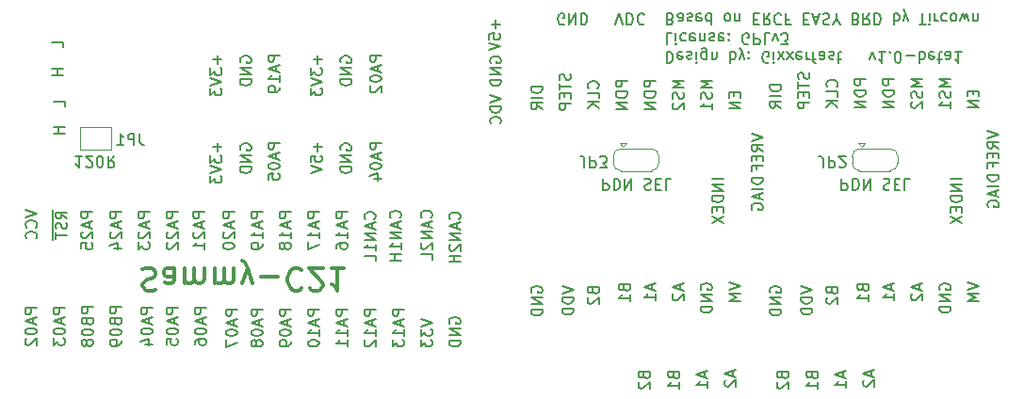
<source format=gbo>
G04 #@! TF.GenerationSoftware,KiCad,Pcbnew,(6.0.0)*
G04 #@! TF.CreationDate,2022-01-08T16:55:08+01:00*
G04 #@! TF.ProjectId,ercf-easy-brd,65726366-2d65-4617-9379-2d6272642e6b,v1.0-beta1*
G04 #@! TF.SameCoordinates,Original*
G04 #@! TF.FileFunction,Legend,Bot*
G04 #@! TF.FilePolarity,Positive*
%FSLAX46Y46*%
G04 Gerber Fmt 4.6, Leading zero omitted, Abs format (unit mm)*
G04 Created by KiCad (PCBNEW (6.0.0)) date 2022-01-08 16:55:08*
%MOMM*%
%LPD*%
G01*
G04 APERTURE LIST*
%ADD10C,0.150000*%
%ADD11C,0.300000*%
%ADD12C,0.120000*%
G04 APERTURE END LIST*
D10*
X140755666Y-141398714D02*
X140755666Y-141874904D01*
X141041380Y-141303476D02*
X140041380Y-141636809D01*
X141041380Y-141970142D01*
X141041380Y-142827285D02*
X141041380Y-142255857D01*
X141041380Y-142541571D02*
X140041380Y-142541571D01*
X140184238Y-142446333D01*
X140279476Y-142351095D01*
X140327095Y-142255857D01*
X137844785Y-110926619D02*
X137368595Y-110926619D01*
X137368595Y-111926619D01*
X138178119Y-110926619D02*
X138178119Y-111593285D01*
X138178119Y-111926619D02*
X138130500Y-111879000D01*
X138178119Y-111831380D01*
X138225738Y-111879000D01*
X138178119Y-111926619D01*
X138178119Y-111831380D01*
X139082880Y-110974238D02*
X138987642Y-110926619D01*
X138797166Y-110926619D01*
X138701928Y-110974238D01*
X138654309Y-111021857D01*
X138606690Y-111117095D01*
X138606690Y-111402809D01*
X138654309Y-111498047D01*
X138701928Y-111545666D01*
X138797166Y-111593285D01*
X138987642Y-111593285D01*
X139082880Y-111545666D01*
X139892404Y-110974238D02*
X139797166Y-110926619D01*
X139606690Y-110926619D01*
X139511452Y-110974238D01*
X139463833Y-111069476D01*
X139463833Y-111450428D01*
X139511452Y-111545666D01*
X139606690Y-111593285D01*
X139797166Y-111593285D01*
X139892404Y-111545666D01*
X139940023Y-111450428D01*
X139940023Y-111355190D01*
X139463833Y-111259952D01*
X140368595Y-111593285D02*
X140368595Y-110926619D01*
X140368595Y-111498047D02*
X140416214Y-111545666D01*
X140511452Y-111593285D01*
X140654309Y-111593285D01*
X140749547Y-111545666D01*
X140797166Y-111450428D01*
X140797166Y-110926619D01*
X141225738Y-110974238D02*
X141320976Y-110926619D01*
X141511452Y-110926619D01*
X141606690Y-110974238D01*
X141654309Y-111069476D01*
X141654309Y-111117095D01*
X141606690Y-111212333D01*
X141511452Y-111259952D01*
X141368595Y-111259952D01*
X141273357Y-111307571D01*
X141225738Y-111402809D01*
X141225738Y-111450428D01*
X141273357Y-111545666D01*
X141368595Y-111593285D01*
X141511452Y-111593285D01*
X141606690Y-111545666D01*
X142463833Y-110974238D02*
X142368595Y-110926619D01*
X142178119Y-110926619D01*
X142082880Y-110974238D01*
X142035261Y-111069476D01*
X142035261Y-111450428D01*
X142082880Y-111545666D01*
X142178119Y-111593285D01*
X142368595Y-111593285D01*
X142463833Y-111545666D01*
X142511452Y-111450428D01*
X142511452Y-111355190D01*
X142035261Y-111259952D01*
X142940023Y-111021857D02*
X142987642Y-110974238D01*
X142940023Y-110926619D01*
X142892404Y-110974238D01*
X142940023Y-111021857D01*
X142940023Y-110926619D01*
X142940023Y-111545666D02*
X142987642Y-111498047D01*
X142940023Y-111450428D01*
X142892404Y-111498047D01*
X142940023Y-111545666D01*
X142940023Y-111450428D01*
X144701928Y-111879000D02*
X144606690Y-111926619D01*
X144463833Y-111926619D01*
X144320976Y-111879000D01*
X144225738Y-111783761D01*
X144178119Y-111688523D01*
X144130500Y-111498047D01*
X144130500Y-111355190D01*
X144178119Y-111164714D01*
X144225738Y-111069476D01*
X144320976Y-110974238D01*
X144463833Y-110926619D01*
X144559071Y-110926619D01*
X144701928Y-110974238D01*
X144749547Y-111021857D01*
X144749547Y-111355190D01*
X144559071Y-111355190D01*
X145178119Y-110926619D02*
X145178119Y-111926619D01*
X145559071Y-111926619D01*
X145654309Y-111879000D01*
X145701928Y-111831380D01*
X145749547Y-111736142D01*
X145749547Y-111593285D01*
X145701928Y-111498047D01*
X145654309Y-111450428D01*
X145559071Y-111402809D01*
X145178119Y-111402809D01*
X146654309Y-110926619D02*
X146178119Y-110926619D01*
X146178119Y-111926619D01*
X146892404Y-111593285D02*
X147130500Y-110926619D01*
X147368595Y-111593285D01*
X147654309Y-111926619D02*
X148273357Y-111926619D01*
X147940023Y-111545666D01*
X148082880Y-111545666D01*
X148178119Y-111498047D01*
X148225738Y-111450428D01*
X148273357Y-111355190D01*
X148273357Y-111117095D01*
X148225738Y-111021857D01*
X148178119Y-110974238D01*
X148082880Y-110926619D01*
X147797166Y-110926619D01*
X147701928Y-110974238D01*
X147654309Y-111021857D01*
X128143095Y-110101000D02*
X128047857Y-110148619D01*
X127905000Y-110148619D01*
X127762142Y-110101000D01*
X127666904Y-110005761D01*
X127619285Y-109910523D01*
X127571666Y-109720047D01*
X127571666Y-109577190D01*
X127619285Y-109386714D01*
X127666904Y-109291476D01*
X127762142Y-109196238D01*
X127905000Y-109148619D01*
X128000238Y-109148619D01*
X128143095Y-109196238D01*
X128190714Y-109243857D01*
X128190714Y-109577190D01*
X128000238Y-109577190D01*
X128619285Y-109148619D02*
X128619285Y-110148619D01*
X129190714Y-109148619D01*
X129190714Y-110148619D01*
X129666904Y-109148619D02*
X129666904Y-110148619D01*
X129905000Y-110148619D01*
X130047857Y-110101000D01*
X130143095Y-110005761D01*
X130190714Y-109910523D01*
X130238333Y-109720047D01*
X130238333Y-109577190D01*
X130190714Y-109386714D01*
X130143095Y-109291476D01*
X130047857Y-109196238D01*
X129905000Y-109148619D01*
X129666904Y-109148619D01*
X153201666Y-141398714D02*
X153201666Y-141874904D01*
X153487380Y-141303476D02*
X152487380Y-141636809D01*
X153487380Y-141970142D01*
X153487380Y-142827285D02*
X153487380Y-142255857D01*
X153487380Y-142541571D02*
X152487380Y-142541571D01*
X152630238Y-142446333D01*
X152725476Y-142351095D01*
X152773095Y-142255857D01*
X111704380Y-112911142D02*
X110704380Y-112911142D01*
X110704380Y-113292095D01*
X110752000Y-113387333D01*
X110799619Y-113434952D01*
X110894857Y-113482571D01*
X111037714Y-113482571D01*
X111132952Y-113434952D01*
X111180571Y-113387333D01*
X111228190Y-113292095D01*
X111228190Y-112911142D01*
X111418666Y-113863523D02*
X111418666Y-114339714D01*
X111704380Y-113768285D02*
X110704380Y-114101619D01*
X111704380Y-114434952D01*
X110704380Y-114958761D02*
X110704380Y-115054000D01*
X110752000Y-115149238D01*
X110799619Y-115196857D01*
X110894857Y-115244476D01*
X111085333Y-115292095D01*
X111323428Y-115292095D01*
X111513904Y-115244476D01*
X111609142Y-115196857D01*
X111656761Y-115149238D01*
X111704380Y-115054000D01*
X111704380Y-114958761D01*
X111656761Y-114863523D01*
X111609142Y-114815904D01*
X111513904Y-114768285D01*
X111323428Y-114720666D01*
X111085333Y-114720666D01*
X110894857Y-114768285D01*
X110799619Y-114815904D01*
X110752000Y-114863523D01*
X110704380Y-114958761D01*
X110799619Y-115673047D02*
X110752000Y-115720666D01*
X110704380Y-115815904D01*
X110704380Y-116054000D01*
X110752000Y-116149238D01*
X110799619Y-116196857D01*
X110894857Y-116244476D01*
X110990095Y-116244476D01*
X111132952Y-116196857D01*
X111704380Y-115625428D01*
X111704380Y-116244476D01*
X137701928Y-109672428D02*
X137844785Y-109624809D01*
X137892404Y-109577190D01*
X137940023Y-109481952D01*
X137940023Y-109339095D01*
X137892404Y-109243857D01*
X137844785Y-109196238D01*
X137749547Y-109148619D01*
X137368595Y-109148619D01*
X137368595Y-110148619D01*
X137701928Y-110148619D01*
X137797166Y-110101000D01*
X137844785Y-110053380D01*
X137892404Y-109958142D01*
X137892404Y-109862904D01*
X137844785Y-109767666D01*
X137797166Y-109720047D01*
X137701928Y-109672428D01*
X137368595Y-109672428D01*
X138797166Y-109148619D02*
X138797166Y-109672428D01*
X138749547Y-109767666D01*
X138654309Y-109815285D01*
X138463833Y-109815285D01*
X138368595Y-109767666D01*
X138797166Y-109196238D02*
X138701928Y-109148619D01*
X138463833Y-109148619D01*
X138368595Y-109196238D01*
X138320976Y-109291476D01*
X138320976Y-109386714D01*
X138368595Y-109481952D01*
X138463833Y-109529571D01*
X138701928Y-109529571D01*
X138797166Y-109577190D01*
X139225738Y-109196238D02*
X139320976Y-109148619D01*
X139511452Y-109148619D01*
X139606690Y-109196238D01*
X139654309Y-109291476D01*
X139654309Y-109339095D01*
X139606690Y-109434333D01*
X139511452Y-109481952D01*
X139368595Y-109481952D01*
X139273357Y-109529571D01*
X139225738Y-109624809D01*
X139225738Y-109672428D01*
X139273357Y-109767666D01*
X139368595Y-109815285D01*
X139511452Y-109815285D01*
X139606690Y-109767666D01*
X140463833Y-109196238D02*
X140368595Y-109148619D01*
X140178119Y-109148619D01*
X140082880Y-109196238D01*
X140035261Y-109291476D01*
X140035261Y-109672428D01*
X140082880Y-109767666D01*
X140178119Y-109815285D01*
X140368595Y-109815285D01*
X140463833Y-109767666D01*
X140511452Y-109672428D01*
X140511452Y-109577190D01*
X140035261Y-109481952D01*
X141368595Y-109148619D02*
X141368595Y-110148619D01*
X141368595Y-109196238D02*
X141273357Y-109148619D01*
X141082880Y-109148619D01*
X140987642Y-109196238D01*
X140940023Y-109243857D01*
X140892404Y-109339095D01*
X140892404Y-109624809D01*
X140940023Y-109720047D01*
X140987642Y-109767666D01*
X141082880Y-109815285D01*
X141273357Y-109815285D01*
X141368595Y-109767666D01*
X142749547Y-109148619D02*
X142654309Y-109196238D01*
X142606690Y-109243857D01*
X142559071Y-109339095D01*
X142559071Y-109624809D01*
X142606690Y-109720047D01*
X142654309Y-109767666D01*
X142749547Y-109815285D01*
X142892404Y-109815285D01*
X142987642Y-109767666D01*
X143035261Y-109720047D01*
X143082880Y-109624809D01*
X143082880Y-109339095D01*
X143035261Y-109243857D01*
X142987642Y-109196238D01*
X142892404Y-109148619D01*
X142749547Y-109148619D01*
X143511452Y-109815285D02*
X143511452Y-109148619D01*
X143511452Y-109720047D02*
X143559071Y-109767666D01*
X143654309Y-109815285D01*
X143797166Y-109815285D01*
X143892404Y-109767666D01*
X143940023Y-109672428D01*
X143940023Y-109148619D01*
X145178119Y-109672428D02*
X145511452Y-109672428D01*
X145654309Y-109148619D02*
X145178119Y-109148619D01*
X145178119Y-110148619D01*
X145654309Y-110148619D01*
X146654309Y-109148619D02*
X146320976Y-109624809D01*
X146082880Y-109148619D02*
X146082880Y-110148619D01*
X146463833Y-110148619D01*
X146559071Y-110101000D01*
X146606690Y-110053380D01*
X146654309Y-109958142D01*
X146654309Y-109815285D01*
X146606690Y-109720047D01*
X146559071Y-109672428D01*
X146463833Y-109624809D01*
X146082880Y-109624809D01*
X147654309Y-109243857D02*
X147606690Y-109196238D01*
X147463833Y-109148619D01*
X147368595Y-109148619D01*
X147225738Y-109196238D01*
X147130500Y-109291476D01*
X147082880Y-109386714D01*
X147035261Y-109577190D01*
X147035261Y-109720047D01*
X147082880Y-109910523D01*
X147130500Y-110005761D01*
X147225738Y-110101000D01*
X147368595Y-110148619D01*
X147463833Y-110148619D01*
X147606690Y-110101000D01*
X147654309Y-110053380D01*
X148416214Y-109672428D02*
X148082880Y-109672428D01*
X148082880Y-109148619D02*
X148082880Y-110148619D01*
X148559071Y-110148619D01*
X149701928Y-109672428D02*
X150035261Y-109672428D01*
X150178119Y-109148619D02*
X149701928Y-109148619D01*
X149701928Y-110148619D01*
X150178119Y-110148619D01*
X150559071Y-109434333D02*
X151035261Y-109434333D01*
X150463833Y-109148619D02*
X150797166Y-110148619D01*
X151130500Y-109148619D01*
X151416214Y-109196238D02*
X151559071Y-109148619D01*
X151797166Y-109148619D01*
X151892404Y-109196238D01*
X151940023Y-109243857D01*
X151987642Y-109339095D01*
X151987642Y-109434333D01*
X151940023Y-109529571D01*
X151892404Y-109577190D01*
X151797166Y-109624809D01*
X151606690Y-109672428D01*
X151511452Y-109720047D01*
X151463833Y-109767666D01*
X151416214Y-109862904D01*
X151416214Y-109958142D01*
X151463833Y-110053380D01*
X151511452Y-110101000D01*
X151606690Y-110148619D01*
X151844785Y-110148619D01*
X151987642Y-110101000D01*
X152606690Y-109624809D02*
X152606690Y-109148619D01*
X152273357Y-110148619D02*
X152606690Y-109624809D01*
X152940023Y-110148619D01*
X154368595Y-109672428D02*
X154511452Y-109624809D01*
X154559071Y-109577190D01*
X154606690Y-109481952D01*
X154606690Y-109339095D01*
X154559071Y-109243857D01*
X154511452Y-109196238D01*
X154416214Y-109148619D01*
X154035261Y-109148619D01*
X154035261Y-110148619D01*
X154368595Y-110148619D01*
X154463833Y-110101000D01*
X154511452Y-110053380D01*
X154559071Y-109958142D01*
X154559071Y-109862904D01*
X154511452Y-109767666D01*
X154463833Y-109720047D01*
X154368595Y-109672428D01*
X154035261Y-109672428D01*
X155606690Y-109148619D02*
X155273357Y-109624809D01*
X155035261Y-109148619D02*
X155035261Y-110148619D01*
X155416214Y-110148619D01*
X155511452Y-110101000D01*
X155559071Y-110053380D01*
X155606690Y-109958142D01*
X155606690Y-109815285D01*
X155559071Y-109720047D01*
X155511452Y-109672428D01*
X155416214Y-109624809D01*
X155035261Y-109624809D01*
X156035261Y-109148619D02*
X156035261Y-110148619D01*
X156273357Y-110148619D01*
X156416214Y-110101000D01*
X156511452Y-110005761D01*
X156559071Y-109910523D01*
X156606690Y-109720047D01*
X156606690Y-109577190D01*
X156559071Y-109386714D01*
X156511452Y-109291476D01*
X156416214Y-109196238D01*
X156273357Y-109148619D01*
X156035261Y-109148619D01*
X157797166Y-109148619D02*
X157797166Y-110148619D01*
X157797166Y-109767666D02*
X157892404Y-109815285D01*
X158082880Y-109815285D01*
X158178119Y-109767666D01*
X158225738Y-109720047D01*
X158273357Y-109624809D01*
X158273357Y-109339095D01*
X158225738Y-109243857D01*
X158178119Y-109196238D01*
X158082880Y-109148619D01*
X157892404Y-109148619D01*
X157797166Y-109196238D01*
X158606690Y-109815285D02*
X158844785Y-109148619D01*
X159082880Y-109815285D02*
X158844785Y-109148619D01*
X158749547Y-108910523D01*
X158701928Y-108862904D01*
X158606690Y-108815285D01*
X160082880Y-110148619D02*
X160654309Y-110148619D01*
X160368595Y-109148619D02*
X160368595Y-110148619D01*
X160987642Y-109148619D02*
X160987642Y-109815285D01*
X160987642Y-110148619D02*
X160940023Y-110101000D01*
X160987642Y-110053380D01*
X161035261Y-110101000D01*
X160987642Y-110148619D01*
X160987642Y-110053380D01*
X161463833Y-109148619D02*
X161463833Y-109815285D01*
X161463833Y-109624809D02*
X161511452Y-109720047D01*
X161559071Y-109767666D01*
X161654309Y-109815285D01*
X161749547Y-109815285D01*
X162511452Y-109196238D02*
X162416214Y-109148619D01*
X162225738Y-109148619D01*
X162130500Y-109196238D01*
X162082880Y-109243857D01*
X162035261Y-109339095D01*
X162035261Y-109624809D01*
X162082880Y-109720047D01*
X162130500Y-109767666D01*
X162225738Y-109815285D01*
X162416214Y-109815285D01*
X162511452Y-109767666D01*
X163082880Y-109148619D02*
X162987642Y-109196238D01*
X162940023Y-109243857D01*
X162892404Y-109339095D01*
X162892404Y-109624809D01*
X162940023Y-109720047D01*
X162987642Y-109767666D01*
X163082880Y-109815285D01*
X163225738Y-109815285D01*
X163320976Y-109767666D01*
X163368595Y-109720047D01*
X163416214Y-109624809D01*
X163416214Y-109339095D01*
X163368595Y-109243857D01*
X163320976Y-109196238D01*
X163225738Y-109148619D01*
X163082880Y-109148619D01*
X163749547Y-109815285D02*
X163940023Y-109148619D01*
X164130500Y-109624809D01*
X164320976Y-109148619D01*
X164511452Y-109815285D01*
X164892404Y-109815285D02*
X164892404Y-109148619D01*
X164892404Y-109720047D02*
X164940023Y-109767666D01*
X165035261Y-109815285D01*
X165178119Y-109815285D01*
X165273357Y-109767666D01*
X165320976Y-109672428D01*
X165320976Y-109148619D01*
X84812333Y-121975619D02*
X84240904Y-121975619D01*
X84526619Y-121975619D02*
X84526619Y-122975619D01*
X84431380Y-122832761D01*
X84336142Y-122737523D01*
X84240904Y-122689904D01*
X85193285Y-122880380D02*
X85240904Y-122928000D01*
X85336142Y-122975619D01*
X85574238Y-122975619D01*
X85669476Y-122928000D01*
X85717095Y-122880380D01*
X85764714Y-122785142D01*
X85764714Y-122689904D01*
X85717095Y-122547047D01*
X85145666Y-121975619D01*
X85764714Y-121975619D01*
X86383761Y-122975619D02*
X86479000Y-122975619D01*
X86574238Y-122928000D01*
X86621857Y-122880380D01*
X86669476Y-122785142D01*
X86717095Y-122594666D01*
X86717095Y-122356571D01*
X86669476Y-122166095D01*
X86621857Y-122070857D01*
X86574238Y-122023238D01*
X86479000Y-121975619D01*
X86383761Y-121975619D01*
X86288523Y-122023238D01*
X86240904Y-122070857D01*
X86193285Y-122166095D01*
X86145666Y-122356571D01*
X86145666Y-122594666D01*
X86193285Y-122785142D01*
X86240904Y-122880380D01*
X86288523Y-122928000D01*
X86383761Y-122975619D01*
X87717095Y-121975619D02*
X87383761Y-122451809D01*
X87145666Y-121975619D02*
X87145666Y-122975619D01*
X87526619Y-122975619D01*
X87621857Y-122928000D01*
X87669476Y-122880380D01*
X87717095Y-122785142D01*
X87717095Y-122642285D01*
X87669476Y-122547047D01*
X87621857Y-122499428D01*
X87526619Y-122451809D01*
X87145666Y-122451809D01*
X135310571Y-141708238D02*
X135358190Y-141851095D01*
X135405809Y-141898714D01*
X135501047Y-141946333D01*
X135643904Y-141946333D01*
X135739142Y-141898714D01*
X135786761Y-141851095D01*
X135834380Y-141755857D01*
X135834380Y-141374904D01*
X134834380Y-141374904D01*
X134834380Y-141708238D01*
X134882000Y-141803476D01*
X134929619Y-141851095D01*
X135024857Y-141898714D01*
X135120095Y-141898714D01*
X135215333Y-141851095D01*
X135262952Y-141803476D01*
X135310571Y-141708238D01*
X135310571Y-141374904D01*
X134929619Y-142327285D02*
X134882000Y-142374904D01*
X134834380Y-142470142D01*
X134834380Y-142708238D01*
X134882000Y-142803476D01*
X134929619Y-142851095D01*
X135024857Y-142898714D01*
X135120095Y-142898714D01*
X135262952Y-142851095D01*
X135834380Y-142279666D01*
X135834380Y-142898714D01*
X111704380Y-120785142D02*
X110704380Y-120785142D01*
X110704380Y-121166095D01*
X110752000Y-121261333D01*
X110799619Y-121308952D01*
X110894857Y-121356571D01*
X111037714Y-121356571D01*
X111132952Y-121308952D01*
X111180571Y-121261333D01*
X111228190Y-121166095D01*
X111228190Y-120785142D01*
X111418666Y-121737523D02*
X111418666Y-122213714D01*
X111704380Y-121642285D02*
X110704380Y-121975619D01*
X111704380Y-122308952D01*
X110704380Y-122832761D02*
X110704380Y-122928000D01*
X110752000Y-123023238D01*
X110799619Y-123070857D01*
X110894857Y-123118476D01*
X111085333Y-123166095D01*
X111323428Y-123166095D01*
X111513904Y-123118476D01*
X111609142Y-123070857D01*
X111656761Y-123023238D01*
X111704380Y-122928000D01*
X111704380Y-122832761D01*
X111656761Y-122737523D01*
X111609142Y-122689904D01*
X111513904Y-122642285D01*
X111323428Y-122594666D01*
X111085333Y-122594666D01*
X110894857Y-122642285D01*
X110799619Y-122689904D01*
X110752000Y-122737523D01*
X110704380Y-122832761D01*
X111037714Y-124023238D02*
X111704380Y-124023238D01*
X110656761Y-123785142D02*
X111371047Y-123547047D01*
X111371047Y-124166095D01*
X132778666Y-110148619D02*
X133112000Y-109148619D01*
X133445333Y-110148619D01*
X133778666Y-109148619D02*
X133778666Y-110148619D01*
X134016761Y-110148619D01*
X134159619Y-110101000D01*
X134254857Y-110005761D01*
X134302476Y-109910523D01*
X134350095Y-109720047D01*
X134350095Y-109577190D01*
X134302476Y-109386714D01*
X134254857Y-109291476D01*
X134159619Y-109196238D01*
X134016761Y-109148619D01*
X133778666Y-109148619D01*
X135350095Y-109243857D02*
X135302476Y-109196238D01*
X135159619Y-109148619D01*
X135064380Y-109148619D01*
X134921523Y-109196238D01*
X134826285Y-109291476D01*
X134778666Y-109386714D01*
X134731047Y-109577190D01*
X134731047Y-109720047D01*
X134778666Y-109910523D01*
X134826285Y-110005761D01*
X134921523Y-110101000D01*
X135064380Y-110148619D01*
X135159619Y-110148619D01*
X135302476Y-110101000D01*
X135350095Y-110053380D01*
X155741666Y-141271714D02*
X155741666Y-141747904D01*
X156027380Y-141176476D02*
X155027380Y-141509809D01*
X156027380Y-141843142D01*
X155122619Y-142128857D02*
X155075000Y-142176476D01*
X155027380Y-142271714D01*
X155027380Y-142509809D01*
X155075000Y-142605047D01*
X155122619Y-142652666D01*
X155217857Y-142700285D01*
X155313095Y-142700285D01*
X155455952Y-142652666D01*
X156027380Y-142081238D01*
X156027380Y-142700285D01*
X108085000Y-121412095D02*
X108037380Y-121316857D01*
X108037380Y-121174000D01*
X108085000Y-121031142D01*
X108180238Y-120935904D01*
X108275476Y-120888285D01*
X108465952Y-120840666D01*
X108608809Y-120840666D01*
X108799285Y-120888285D01*
X108894523Y-120935904D01*
X108989761Y-121031142D01*
X109037380Y-121174000D01*
X109037380Y-121269238D01*
X108989761Y-121412095D01*
X108942142Y-121459714D01*
X108608809Y-121459714D01*
X108608809Y-121269238D01*
X109037380Y-121888285D02*
X108037380Y-121888285D01*
X109037380Y-122459714D01*
X108037380Y-122459714D01*
X109037380Y-122935904D02*
X108037380Y-122935904D01*
X108037380Y-123174000D01*
X108085000Y-123316857D01*
X108180238Y-123412095D01*
X108275476Y-123459714D01*
X108465952Y-123507333D01*
X108608809Y-123507333D01*
X108799285Y-123459714D01*
X108894523Y-123412095D01*
X108989761Y-123316857D01*
X109037380Y-123174000D01*
X109037380Y-122935904D01*
X83129380Y-114141285D02*
X82129380Y-114141285D01*
X82605571Y-114141285D02*
X82605571Y-114712714D01*
X83129380Y-114712714D02*
X82129380Y-114712714D01*
X143295666Y-141271714D02*
X143295666Y-141747904D01*
X143581380Y-141176476D02*
X142581380Y-141509809D01*
X143581380Y-141843142D01*
X142676619Y-142128857D02*
X142629000Y-142176476D01*
X142581380Y-142271714D01*
X142581380Y-142509809D01*
X142629000Y-142605047D01*
X142676619Y-142652666D01*
X142771857Y-142700285D01*
X142867095Y-142700285D01*
X143009952Y-142652666D01*
X143581380Y-142081238D01*
X143581380Y-142700285D01*
X96972428Y-112919095D02*
X96972428Y-113681000D01*
X97353380Y-113300047D02*
X96591476Y-113300047D01*
X96353380Y-114061952D02*
X96353380Y-114681000D01*
X96734333Y-114347666D01*
X96734333Y-114490523D01*
X96781952Y-114585761D01*
X96829571Y-114633380D01*
X96924809Y-114681000D01*
X97162904Y-114681000D01*
X97258142Y-114633380D01*
X97305761Y-114585761D01*
X97353380Y-114490523D01*
X97353380Y-114204809D01*
X97305761Y-114109571D01*
X97258142Y-114061952D01*
X96353380Y-114966714D02*
X97353380Y-115300047D01*
X96353380Y-115633380D01*
X96353380Y-115871476D02*
X96353380Y-116490523D01*
X96734333Y-116157190D01*
X96734333Y-116300047D01*
X96781952Y-116395285D01*
X96829571Y-116442904D01*
X96924809Y-116490523D01*
X97162904Y-116490523D01*
X97258142Y-116442904D01*
X97305761Y-116395285D01*
X97353380Y-116300047D01*
X97353380Y-116014333D01*
X97305761Y-115919095D01*
X97258142Y-115871476D01*
X102560380Y-120785142D02*
X101560380Y-120785142D01*
X101560380Y-121166095D01*
X101608000Y-121261333D01*
X101655619Y-121308952D01*
X101750857Y-121356571D01*
X101893714Y-121356571D01*
X101988952Y-121308952D01*
X102036571Y-121261333D01*
X102084190Y-121166095D01*
X102084190Y-120785142D01*
X102274666Y-121737523D02*
X102274666Y-122213714D01*
X102560380Y-121642285D02*
X101560380Y-121975619D01*
X102560380Y-122308952D01*
X101560380Y-122832761D02*
X101560380Y-122928000D01*
X101608000Y-123023238D01*
X101655619Y-123070857D01*
X101750857Y-123118476D01*
X101941333Y-123166095D01*
X102179428Y-123166095D01*
X102369904Y-123118476D01*
X102465142Y-123070857D01*
X102512761Y-123023238D01*
X102560380Y-122928000D01*
X102560380Y-122832761D01*
X102512761Y-122737523D01*
X102465142Y-122689904D01*
X102369904Y-122642285D01*
X102179428Y-122594666D01*
X101941333Y-122594666D01*
X101750857Y-122642285D01*
X101655619Y-122689904D01*
X101608000Y-122737523D01*
X101560380Y-122832761D01*
X101560380Y-124070857D02*
X101560380Y-123594666D01*
X102036571Y-123547047D01*
X101988952Y-123594666D01*
X101941333Y-123689904D01*
X101941333Y-123928000D01*
X101988952Y-124023238D01*
X102036571Y-124070857D01*
X102131809Y-124118476D01*
X102369904Y-124118476D01*
X102465142Y-124070857D01*
X102512761Y-124023238D01*
X102560380Y-123928000D01*
X102560380Y-123689904D01*
X102512761Y-123594666D01*
X102465142Y-123547047D01*
X102560380Y-112911142D02*
X101560380Y-112911142D01*
X101560380Y-113292095D01*
X101608000Y-113387333D01*
X101655619Y-113434952D01*
X101750857Y-113482571D01*
X101893714Y-113482571D01*
X101988952Y-113434952D01*
X102036571Y-113387333D01*
X102084190Y-113292095D01*
X102084190Y-112911142D01*
X102274666Y-113863523D02*
X102274666Y-114339714D01*
X102560380Y-113768285D02*
X101560380Y-114101619D01*
X102560380Y-114434952D01*
X102560380Y-115292095D02*
X102560380Y-114720666D01*
X102560380Y-115006380D02*
X101560380Y-115006380D01*
X101703238Y-114911142D01*
X101798476Y-114815904D01*
X101846095Y-114720666D01*
X102560380Y-115768285D02*
X102560380Y-115958761D01*
X102512761Y-116054000D01*
X102465142Y-116101619D01*
X102322285Y-116196857D01*
X102131809Y-116244476D01*
X101750857Y-116244476D01*
X101655619Y-116196857D01*
X101608000Y-116149238D01*
X101560380Y-116054000D01*
X101560380Y-115863523D01*
X101608000Y-115768285D01*
X101655619Y-115720666D01*
X101750857Y-115673047D01*
X101988952Y-115673047D01*
X102084190Y-115720666D01*
X102131809Y-115768285D01*
X102179428Y-115863523D01*
X102179428Y-116054000D01*
X102131809Y-116149238D01*
X102084190Y-116196857D01*
X101988952Y-116244476D01*
X137368595Y-112577619D02*
X137368595Y-113577619D01*
X137606690Y-113577619D01*
X137749547Y-113530000D01*
X137844785Y-113434761D01*
X137892404Y-113339523D01*
X137940023Y-113149047D01*
X137940023Y-113006190D01*
X137892404Y-112815714D01*
X137844785Y-112720476D01*
X137749547Y-112625238D01*
X137606690Y-112577619D01*
X137368595Y-112577619D01*
X138749547Y-112625238D02*
X138654309Y-112577619D01*
X138463833Y-112577619D01*
X138368595Y-112625238D01*
X138320976Y-112720476D01*
X138320976Y-113101428D01*
X138368595Y-113196666D01*
X138463833Y-113244285D01*
X138654309Y-113244285D01*
X138749547Y-113196666D01*
X138797166Y-113101428D01*
X138797166Y-113006190D01*
X138320976Y-112910952D01*
X139178119Y-112625238D02*
X139273357Y-112577619D01*
X139463833Y-112577619D01*
X139559071Y-112625238D01*
X139606690Y-112720476D01*
X139606690Y-112768095D01*
X139559071Y-112863333D01*
X139463833Y-112910952D01*
X139320976Y-112910952D01*
X139225738Y-112958571D01*
X139178119Y-113053809D01*
X139178119Y-113101428D01*
X139225738Y-113196666D01*
X139320976Y-113244285D01*
X139463833Y-113244285D01*
X139559071Y-113196666D01*
X140035261Y-112577619D02*
X140035261Y-113244285D01*
X140035261Y-113577619D02*
X139987642Y-113530000D01*
X140035261Y-113482380D01*
X140082880Y-113530000D01*
X140035261Y-113577619D01*
X140035261Y-113482380D01*
X140940023Y-113244285D02*
X140940023Y-112434761D01*
X140892404Y-112339523D01*
X140844785Y-112291904D01*
X140749547Y-112244285D01*
X140606690Y-112244285D01*
X140511452Y-112291904D01*
X140940023Y-112625238D02*
X140844785Y-112577619D01*
X140654309Y-112577619D01*
X140559071Y-112625238D01*
X140511452Y-112672857D01*
X140463833Y-112768095D01*
X140463833Y-113053809D01*
X140511452Y-113149047D01*
X140559071Y-113196666D01*
X140654309Y-113244285D01*
X140844785Y-113244285D01*
X140940023Y-113196666D01*
X141416214Y-113244285D02*
X141416214Y-112577619D01*
X141416214Y-113149047D02*
X141463833Y-113196666D01*
X141559071Y-113244285D01*
X141701928Y-113244285D01*
X141797166Y-113196666D01*
X141844785Y-113101428D01*
X141844785Y-112577619D01*
X143082880Y-112577619D02*
X143082880Y-113577619D01*
X143082880Y-113196666D02*
X143178119Y-113244285D01*
X143368595Y-113244285D01*
X143463833Y-113196666D01*
X143511452Y-113149047D01*
X143559071Y-113053809D01*
X143559071Y-112768095D01*
X143511452Y-112672857D01*
X143463833Y-112625238D01*
X143368595Y-112577619D01*
X143178119Y-112577619D01*
X143082880Y-112625238D01*
X143892404Y-113244285D02*
X144130500Y-112577619D01*
X144368595Y-113244285D02*
X144130500Y-112577619D01*
X144035261Y-112339523D01*
X143987642Y-112291904D01*
X143892404Y-112244285D01*
X144749547Y-112672857D02*
X144797166Y-112625238D01*
X144749547Y-112577619D01*
X144701928Y-112625238D01*
X144749547Y-112672857D01*
X144749547Y-112577619D01*
X144749547Y-113196666D02*
X144797166Y-113149047D01*
X144749547Y-113101428D01*
X144701928Y-113149047D01*
X144749547Y-113196666D01*
X144749547Y-113101428D01*
X146511452Y-113530000D02*
X146416214Y-113577619D01*
X146273357Y-113577619D01*
X146130500Y-113530000D01*
X146035261Y-113434761D01*
X145987642Y-113339523D01*
X145940023Y-113149047D01*
X145940023Y-113006190D01*
X145987642Y-112815714D01*
X146035261Y-112720476D01*
X146130500Y-112625238D01*
X146273357Y-112577619D01*
X146368595Y-112577619D01*
X146511452Y-112625238D01*
X146559071Y-112672857D01*
X146559071Y-113006190D01*
X146368595Y-113006190D01*
X146987642Y-112577619D02*
X146987642Y-113244285D01*
X146987642Y-113577619D02*
X146940023Y-113530000D01*
X146987642Y-113482380D01*
X147035261Y-113530000D01*
X146987642Y-113577619D01*
X146987642Y-113482380D01*
X147368595Y-112577619D02*
X147892404Y-113244285D01*
X147368595Y-113244285D02*
X147892404Y-112577619D01*
X148178119Y-112577619D02*
X148701928Y-113244285D01*
X148178119Y-113244285D02*
X148701928Y-112577619D01*
X149463833Y-112625238D02*
X149368595Y-112577619D01*
X149178119Y-112577619D01*
X149082880Y-112625238D01*
X149035261Y-112720476D01*
X149035261Y-113101428D01*
X149082880Y-113196666D01*
X149178119Y-113244285D01*
X149368595Y-113244285D01*
X149463833Y-113196666D01*
X149511452Y-113101428D01*
X149511452Y-113006190D01*
X149035261Y-112910952D01*
X149940023Y-112577619D02*
X149940023Y-113244285D01*
X149940023Y-113053809D02*
X149987642Y-113149047D01*
X150035261Y-113196666D01*
X150130500Y-113244285D01*
X150225738Y-113244285D01*
X150416214Y-113244285D02*
X150797166Y-113244285D01*
X150559071Y-112577619D02*
X150559071Y-113434761D01*
X150606690Y-113530000D01*
X150701928Y-113577619D01*
X150797166Y-113577619D01*
X151559071Y-112577619D02*
X151559071Y-113101428D01*
X151511452Y-113196666D01*
X151416214Y-113244285D01*
X151225738Y-113244285D01*
X151130500Y-113196666D01*
X151559071Y-112625238D02*
X151463833Y-112577619D01*
X151225738Y-112577619D01*
X151130500Y-112625238D01*
X151082880Y-112720476D01*
X151082880Y-112815714D01*
X151130500Y-112910952D01*
X151225738Y-112958571D01*
X151463833Y-112958571D01*
X151559071Y-113006190D01*
X151987642Y-112625238D02*
X152082880Y-112577619D01*
X152273357Y-112577619D01*
X152368595Y-112625238D01*
X152416214Y-112720476D01*
X152416214Y-112768095D01*
X152368595Y-112863333D01*
X152273357Y-112910952D01*
X152130500Y-112910952D01*
X152035261Y-112958571D01*
X151987642Y-113053809D01*
X151987642Y-113101428D01*
X152035261Y-113196666D01*
X152130500Y-113244285D01*
X152273357Y-113244285D01*
X152368595Y-113196666D01*
X152701928Y-113244285D02*
X153082880Y-113244285D01*
X152844785Y-113577619D02*
X152844785Y-112720476D01*
X152892404Y-112625238D01*
X152987642Y-112577619D01*
X153082880Y-112577619D01*
X83129380Y-112196523D02*
X83129380Y-111720333D01*
X82129380Y-111720333D01*
X153083000Y-124007619D02*
X153083000Y-125007619D01*
X153463952Y-125007619D01*
X153559190Y-124960000D01*
X153606809Y-124912380D01*
X153654428Y-124817142D01*
X153654428Y-124674285D01*
X153606809Y-124579047D01*
X153559190Y-124531428D01*
X153463952Y-124483809D01*
X153083000Y-124483809D01*
X154083000Y-124007619D02*
X154083000Y-125007619D01*
X154321095Y-125007619D01*
X154463952Y-124960000D01*
X154559190Y-124864761D01*
X154606809Y-124769523D01*
X154654428Y-124579047D01*
X154654428Y-124436190D01*
X154606809Y-124245714D01*
X154559190Y-124150476D01*
X154463952Y-124055238D01*
X154321095Y-124007619D01*
X154083000Y-124007619D01*
X155083000Y-124007619D02*
X155083000Y-125007619D01*
X155654428Y-124007619D01*
X155654428Y-125007619D01*
X156844904Y-124055238D02*
X156987761Y-124007619D01*
X157225857Y-124007619D01*
X157321095Y-124055238D01*
X157368714Y-124102857D01*
X157416333Y-124198095D01*
X157416333Y-124293333D01*
X157368714Y-124388571D01*
X157321095Y-124436190D01*
X157225857Y-124483809D01*
X157035380Y-124531428D01*
X156940142Y-124579047D01*
X156892523Y-124626666D01*
X156844904Y-124721904D01*
X156844904Y-124817142D01*
X156892523Y-124912380D01*
X156940142Y-124960000D01*
X157035380Y-125007619D01*
X157273476Y-125007619D01*
X157416333Y-124960000D01*
X157844904Y-124531428D02*
X158178238Y-124531428D01*
X158321095Y-124007619D02*
X157844904Y-124007619D01*
X157844904Y-125007619D01*
X158321095Y-125007619D01*
X159225857Y-124007619D02*
X158749666Y-124007619D01*
X158749666Y-125007619D01*
X147756571Y-141708238D02*
X147804190Y-141851095D01*
X147851809Y-141898714D01*
X147947047Y-141946333D01*
X148089904Y-141946333D01*
X148185142Y-141898714D01*
X148232761Y-141851095D01*
X148280380Y-141755857D01*
X148280380Y-141374904D01*
X147280380Y-141374904D01*
X147280380Y-141708238D01*
X147328000Y-141803476D01*
X147375619Y-141851095D01*
X147470857Y-141898714D01*
X147566095Y-141898714D01*
X147661333Y-141851095D01*
X147708952Y-141803476D01*
X147756571Y-141708238D01*
X147756571Y-141374904D01*
X147375619Y-142327285D02*
X147328000Y-142374904D01*
X147280380Y-142470142D01*
X147280380Y-142708238D01*
X147328000Y-142803476D01*
X147375619Y-142851095D01*
X147470857Y-142898714D01*
X147566095Y-142898714D01*
X147708952Y-142851095D01*
X148280380Y-142279666D01*
X148280380Y-142898714D01*
X83256380Y-117530523D02*
X83256380Y-117054333D01*
X82256380Y-117054333D01*
X131620000Y-124007619D02*
X131620000Y-125007619D01*
X132000952Y-125007619D01*
X132096190Y-124960000D01*
X132143809Y-124912380D01*
X132191428Y-124817142D01*
X132191428Y-124674285D01*
X132143809Y-124579047D01*
X132096190Y-124531428D01*
X132000952Y-124483809D01*
X131620000Y-124483809D01*
X132620000Y-124007619D02*
X132620000Y-125007619D01*
X132858095Y-125007619D01*
X133000952Y-124960000D01*
X133096190Y-124864761D01*
X133143809Y-124769523D01*
X133191428Y-124579047D01*
X133191428Y-124436190D01*
X133143809Y-124245714D01*
X133096190Y-124150476D01*
X133000952Y-124055238D01*
X132858095Y-124007619D01*
X132620000Y-124007619D01*
X133620000Y-124007619D02*
X133620000Y-125007619D01*
X134191428Y-124007619D01*
X134191428Y-125007619D01*
X135381904Y-124055238D02*
X135524761Y-124007619D01*
X135762857Y-124007619D01*
X135858095Y-124055238D01*
X135905714Y-124102857D01*
X135953333Y-124198095D01*
X135953333Y-124293333D01*
X135905714Y-124388571D01*
X135858095Y-124436190D01*
X135762857Y-124483809D01*
X135572380Y-124531428D01*
X135477142Y-124579047D01*
X135429523Y-124626666D01*
X135381904Y-124721904D01*
X135381904Y-124817142D01*
X135429523Y-124912380D01*
X135477142Y-124960000D01*
X135572380Y-125007619D01*
X135810476Y-125007619D01*
X135953333Y-124960000D01*
X136381904Y-124531428D02*
X136715238Y-124531428D01*
X136858095Y-124007619D02*
X136381904Y-124007619D01*
X136381904Y-125007619D01*
X136858095Y-125007619D01*
X137762857Y-124007619D02*
X137286666Y-124007619D01*
X137286666Y-125007619D01*
X150423571Y-141708238D02*
X150471190Y-141851095D01*
X150518809Y-141898714D01*
X150614047Y-141946333D01*
X150756904Y-141946333D01*
X150852142Y-141898714D01*
X150899761Y-141851095D01*
X150947380Y-141755857D01*
X150947380Y-141374904D01*
X149947380Y-141374904D01*
X149947380Y-141708238D01*
X149995000Y-141803476D01*
X150042619Y-141851095D01*
X150137857Y-141898714D01*
X150233095Y-141898714D01*
X150328333Y-141851095D01*
X150375952Y-141803476D01*
X150423571Y-141708238D01*
X150423571Y-141374904D01*
X150947380Y-142898714D02*
X150947380Y-142327285D01*
X150947380Y-142613000D02*
X149947380Y-142613000D01*
X150090238Y-142517761D01*
X150185476Y-142422523D01*
X150233095Y-142327285D01*
X99068000Y-113538095D02*
X99020380Y-113442857D01*
X99020380Y-113300000D01*
X99068000Y-113157142D01*
X99163238Y-113061904D01*
X99258476Y-113014285D01*
X99448952Y-112966666D01*
X99591809Y-112966666D01*
X99782285Y-113014285D01*
X99877523Y-113061904D01*
X99972761Y-113157142D01*
X100020380Y-113300000D01*
X100020380Y-113395238D01*
X99972761Y-113538095D01*
X99925142Y-113585714D01*
X99591809Y-113585714D01*
X99591809Y-113395238D01*
X100020380Y-114014285D02*
X99020380Y-114014285D01*
X100020380Y-114585714D01*
X99020380Y-114585714D01*
X100020380Y-115061904D02*
X99020380Y-115061904D01*
X99020380Y-115300000D01*
X99068000Y-115442857D01*
X99163238Y-115538095D01*
X99258476Y-115585714D01*
X99448952Y-115633333D01*
X99591809Y-115633333D01*
X99782285Y-115585714D01*
X99877523Y-115538095D01*
X99972761Y-115442857D01*
X100020380Y-115300000D01*
X100020380Y-115061904D01*
X137977571Y-141708238D02*
X138025190Y-141851095D01*
X138072809Y-141898714D01*
X138168047Y-141946333D01*
X138310904Y-141946333D01*
X138406142Y-141898714D01*
X138453761Y-141851095D01*
X138501380Y-141755857D01*
X138501380Y-141374904D01*
X137501380Y-141374904D01*
X137501380Y-141708238D01*
X137549000Y-141803476D01*
X137596619Y-141851095D01*
X137691857Y-141898714D01*
X137787095Y-141898714D01*
X137882333Y-141851095D01*
X137929952Y-141803476D01*
X137977571Y-141708238D01*
X137977571Y-141374904D01*
X138501380Y-142898714D02*
X138501380Y-142327285D01*
X138501380Y-142613000D02*
X137501380Y-142613000D01*
X137644238Y-142517761D01*
X137739476Y-142422523D01*
X137787095Y-142327285D01*
X99068000Y-121412095D02*
X99020380Y-121316857D01*
X99020380Y-121174000D01*
X99068000Y-121031142D01*
X99163238Y-120935904D01*
X99258476Y-120888285D01*
X99448952Y-120840666D01*
X99591809Y-120840666D01*
X99782285Y-120888285D01*
X99877523Y-120935904D01*
X99972761Y-121031142D01*
X100020380Y-121174000D01*
X100020380Y-121269238D01*
X99972761Y-121412095D01*
X99925142Y-121459714D01*
X99591809Y-121459714D01*
X99591809Y-121269238D01*
X100020380Y-121888285D02*
X99020380Y-121888285D01*
X100020380Y-122459714D01*
X99020380Y-122459714D01*
X100020380Y-122935904D02*
X99020380Y-122935904D01*
X99020380Y-123174000D01*
X99068000Y-123316857D01*
X99163238Y-123412095D01*
X99258476Y-123459714D01*
X99448952Y-123507333D01*
X99591809Y-123507333D01*
X99782285Y-123459714D01*
X99877523Y-123412095D01*
X99972761Y-123316857D01*
X100020380Y-123174000D01*
X100020380Y-122935904D01*
X105989428Y-120761285D02*
X105989428Y-121523190D01*
X106370380Y-121142238D02*
X105608476Y-121142238D01*
X105370380Y-122475571D02*
X105370380Y-121999380D01*
X105846571Y-121951761D01*
X105798952Y-121999380D01*
X105751333Y-122094619D01*
X105751333Y-122332714D01*
X105798952Y-122427952D01*
X105846571Y-122475571D01*
X105941809Y-122523190D01*
X106179904Y-122523190D01*
X106275142Y-122475571D01*
X106322761Y-122427952D01*
X106370380Y-122332714D01*
X106370380Y-122094619D01*
X106322761Y-121999380D01*
X106275142Y-121951761D01*
X105370380Y-122808904D02*
X106370380Y-123142238D01*
X105370380Y-123475571D01*
X83256380Y-119348285D02*
X82256380Y-119348285D01*
X82732571Y-119348285D02*
X82732571Y-119919714D01*
X83256380Y-119919714D02*
X82256380Y-119919714D01*
X105989428Y-112919095D02*
X105989428Y-113681000D01*
X106370380Y-113300047D02*
X105608476Y-113300047D01*
X105370380Y-114061952D02*
X105370380Y-114681000D01*
X105751333Y-114347666D01*
X105751333Y-114490523D01*
X105798952Y-114585761D01*
X105846571Y-114633380D01*
X105941809Y-114681000D01*
X106179904Y-114681000D01*
X106275142Y-114633380D01*
X106322761Y-114585761D01*
X106370380Y-114490523D01*
X106370380Y-114204809D01*
X106322761Y-114109571D01*
X106275142Y-114061952D01*
X105370380Y-114966714D02*
X106370380Y-115300047D01*
X105370380Y-115633380D01*
X105370380Y-115871476D02*
X105370380Y-116490523D01*
X105751333Y-116157190D01*
X105751333Y-116300047D01*
X105798952Y-116395285D01*
X105846571Y-116442904D01*
X105941809Y-116490523D01*
X106179904Y-116490523D01*
X106275142Y-116442904D01*
X106322761Y-116395285D01*
X106370380Y-116300047D01*
X106370380Y-116014333D01*
X106322761Y-115919095D01*
X106275142Y-115871476D01*
X108085000Y-113538095D02*
X108037380Y-113442857D01*
X108037380Y-113300000D01*
X108085000Y-113157142D01*
X108180238Y-113061904D01*
X108275476Y-113014285D01*
X108465952Y-112966666D01*
X108608809Y-112966666D01*
X108799285Y-113014285D01*
X108894523Y-113061904D01*
X108989761Y-113157142D01*
X109037380Y-113300000D01*
X109037380Y-113395238D01*
X108989761Y-113538095D01*
X108942142Y-113585714D01*
X108608809Y-113585714D01*
X108608809Y-113395238D01*
X109037380Y-114014285D02*
X108037380Y-114014285D01*
X109037380Y-114585714D01*
X108037380Y-114585714D01*
X109037380Y-115061904D02*
X108037380Y-115061904D01*
X108037380Y-115300000D01*
X108085000Y-115442857D01*
X108180238Y-115538095D01*
X108275476Y-115585714D01*
X108465952Y-115633333D01*
X108608809Y-115633333D01*
X108799285Y-115585714D01*
X108894523Y-115538095D01*
X108989761Y-115442857D01*
X109037380Y-115300000D01*
X109037380Y-115061904D01*
X155623142Y-113244285D02*
X155861238Y-112577619D01*
X156099333Y-113244285D01*
X157004095Y-112577619D02*
X156432666Y-112577619D01*
X156718380Y-112577619D02*
X156718380Y-113577619D01*
X156623142Y-113434761D01*
X156527904Y-113339523D01*
X156432666Y-113291904D01*
X157432666Y-112672857D02*
X157480285Y-112625238D01*
X157432666Y-112577619D01*
X157385047Y-112625238D01*
X157432666Y-112672857D01*
X157432666Y-112577619D01*
X158099333Y-113577619D02*
X158194571Y-113577619D01*
X158289809Y-113530000D01*
X158337428Y-113482380D01*
X158385047Y-113387142D01*
X158432666Y-113196666D01*
X158432666Y-112958571D01*
X158385047Y-112768095D01*
X158337428Y-112672857D01*
X158289809Y-112625238D01*
X158194571Y-112577619D01*
X158099333Y-112577619D01*
X158004095Y-112625238D01*
X157956476Y-112672857D01*
X157908857Y-112768095D01*
X157861238Y-112958571D01*
X157861238Y-113196666D01*
X157908857Y-113387142D01*
X157956476Y-113482380D01*
X158004095Y-113530000D01*
X158099333Y-113577619D01*
X158861238Y-112958571D02*
X159623142Y-112958571D01*
X160099333Y-112577619D02*
X160099333Y-113577619D01*
X160099333Y-113196666D02*
X160194571Y-113244285D01*
X160385047Y-113244285D01*
X160480285Y-113196666D01*
X160527904Y-113149047D01*
X160575523Y-113053809D01*
X160575523Y-112768095D01*
X160527904Y-112672857D01*
X160480285Y-112625238D01*
X160385047Y-112577619D01*
X160194571Y-112577619D01*
X160099333Y-112625238D01*
X161385047Y-112625238D02*
X161289809Y-112577619D01*
X161099333Y-112577619D01*
X161004095Y-112625238D01*
X160956476Y-112720476D01*
X160956476Y-113101428D01*
X161004095Y-113196666D01*
X161099333Y-113244285D01*
X161289809Y-113244285D01*
X161385047Y-113196666D01*
X161432666Y-113101428D01*
X161432666Y-113006190D01*
X160956476Y-112910952D01*
X161718380Y-113244285D02*
X162099333Y-113244285D01*
X161861238Y-113577619D02*
X161861238Y-112720476D01*
X161908857Y-112625238D01*
X162004095Y-112577619D01*
X162099333Y-112577619D01*
X162861238Y-112577619D02*
X162861238Y-113101428D01*
X162813619Y-113196666D01*
X162718380Y-113244285D01*
X162527904Y-113244285D01*
X162432666Y-113196666D01*
X162861238Y-112625238D02*
X162766000Y-112577619D01*
X162527904Y-112577619D01*
X162432666Y-112625238D01*
X162385047Y-112720476D01*
X162385047Y-112815714D01*
X162432666Y-112910952D01*
X162527904Y-112958571D01*
X162766000Y-112958571D01*
X162861238Y-113006190D01*
X163861238Y-112577619D02*
X163289809Y-112577619D01*
X163575523Y-112577619D02*
X163575523Y-113577619D01*
X163480285Y-113434761D01*
X163385047Y-113339523D01*
X163289809Y-113291904D01*
X96972428Y-120793095D02*
X96972428Y-121555000D01*
X97353380Y-121174047D02*
X96591476Y-121174047D01*
X96353380Y-121935952D02*
X96353380Y-122555000D01*
X96734333Y-122221666D01*
X96734333Y-122364523D01*
X96781952Y-122459761D01*
X96829571Y-122507380D01*
X96924809Y-122555000D01*
X97162904Y-122555000D01*
X97258142Y-122507380D01*
X97305761Y-122459761D01*
X97353380Y-122364523D01*
X97353380Y-122078809D01*
X97305761Y-121983571D01*
X97258142Y-121935952D01*
X96353380Y-122840714D02*
X97353380Y-123174047D01*
X96353380Y-123507380D01*
X96353380Y-123745476D02*
X96353380Y-124364523D01*
X96734333Y-124031190D01*
X96734333Y-124174047D01*
X96781952Y-124269285D01*
X96829571Y-124316904D01*
X96924809Y-124364523D01*
X97162904Y-124364523D01*
X97258142Y-124316904D01*
X97305761Y-124269285D01*
X97353380Y-124174047D01*
X97353380Y-123888333D01*
X97305761Y-123793095D01*
X97258142Y-123745476D01*
X122012428Y-109741285D02*
X122012428Y-110503190D01*
X122393380Y-110122238D02*
X121631476Y-110122238D01*
X121393380Y-111455571D02*
X121393380Y-110979380D01*
X121869571Y-110931761D01*
X121821952Y-110979380D01*
X121774333Y-111074619D01*
X121774333Y-111312714D01*
X121821952Y-111407952D01*
X121869571Y-111455571D01*
X121964809Y-111503190D01*
X122202904Y-111503190D01*
X122298142Y-111455571D01*
X122345761Y-111407952D01*
X122393380Y-111312714D01*
X122393380Y-111074619D01*
X122345761Y-110979380D01*
X122298142Y-110931761D01*
X121393380Y-111788904D02*
X122393380Y-112122238D01*
X121393380Y-112455571D01*
X121541000Y-113565095D02*
X121493380Y-113469857D01*
X121493380Y-113327000D01*
X121541000Y-113184142D01*
X121636238Y-113088904D01*
X121731476Y-113041285D01*
X121921952Y-112993666D01*
X122064809Y-112993666D01*
X122255285Y-113041285D01*
X122350523Y-113088904D01*
X122445761Y-113184142D01*
X122493380Y-113327000D01*
X122493380Y-113422238D01*
X122445761Y-113565095D01*
X122398142Y-113612714D01*
X122064809Y-113612714D01*
X122064809Y-113422238D01*
X122493380Y-114041285D02*
X121493380Y-114041285D01*
X122493380Y-114612714D01*
X121493380Y-114612714D01*
X122493380Y-115088904D02*
X121493380Y-115088904D01*
X121493380Y-115327000D01*
X121541000Y-115469857D01*
X121636238Y-115565095D01*
X121731476Y-115612714D01*
X121921952Y-115660333D01*
X122064809Y-115660333D01*
X122255285Y-115612714D01*
X122350523Y-115565095D01*
X122445761Y-115469857D01*
X122493380Y-115327000D01*
X122493380Y-115088904D01*
X121493380Y-116493666D02*
X122493380Y-116827000D01*
X121493380Y-117160333D01*
X122493380Y-117493666D02*
X121493380Y-117493666D01*
X121493380Y-117731761D01*
X121541000Y-117874619D01*
X121636238Y-117969857D01*
X121731476Y-118017476D01*
X121921952Y-118065095D01*
X122064809Y-118065095D01*
X122255285Y-118017476D01*
X122350523Y-117969857D01*
X122445761Y-117874619D01*
X122493380Y-117731761D01*
X122493380Y-117493666D01*
X122398142Y-119065095D02*
X122445761Y-119017476D01*
X122493380Y-118874619D01*
X122493380Y-118779380D01*
X122445761Y-118636523D01*
X122350523Y-118541285D01*
X122255285Y-118493666D01*
X122064809Y-118446047D01*
X121921952Y-118446047D01*
X121731476Y-118493666D01*
X121636238Y-118541285D01*
X121541000Y-118636523D01*
X121493380Y-118779380D01*
X121493380Y-118874619D01*
X121541000Y-119017476D01*
X121588619Y-119065095D01*
X150137761Y-114458952D02*
X150185380Y-114601809D01*
X150185380Y-114839904D01*
X150137761Y-114935142D01*
X150090142Y-114982761D01*
X149994904Y-115030380D01*
X149899666Y-115030380D01*
X149804428Y-114982761D01*
X149756809Y-114935142D01*
X149709190Y-114839904D01*
X149661571Y-114649428D01*
X149613952Y-114554190D01*
X149566333Y-114506571D01*
X149471095Y-114458952D01*
X149375857Y-114458952D01*
X149280619Y-114506571D01*
X149233000Y-114554190D01*
X149185380Y-114649428D01*
X149185380Y-114887523D01*
X149233000Y-115030380D01*
X149185380Y-115316095D02*
X149185380Y-115887523D01*
X150185380Y-115601809D02*
X149185380Y-115601809D01*
X149661571Y-116220857D02*
X149661571Y-116554190D01*
X150185380Y-116697047D02*
X150185380Y-116220857D01*
X149185380Y-116220857D01*
X149185380Y-116697047D01*
X150185380Y-117125619D02*
X149185380Y-117125619D01*
X149185380Y-117506571D01*
X149233000Y-117601809D01*
X149280619Y-117649428D01*
X149375857Y-117697047D01*
X149518714Y-117697047D01*
X149613952Y-117649428D01*
X149661571Y-117601809D01*
X149709190Y-117506571D01*
X149709190Y-117125619D01*
X160345380Y-115046285D02*
X159345380Y-115046285D01*
X160059666Y-115379619D01*
X159345380Y-115712952D01*
X160345380Y-115712952D01*
X160297761Y-116141523D02*
X160345380Y-116284380D01*
X160345380Y-116522476D01*
X160297761Y-116617714D01*
X160250142Y-116665333D01*
X160154904Y-116712952D01*
X160059666Y-116712952D01*
X159964428Y-116665333D01*
X159916809Y-116617714D01*
X159869190Y-116522476D01*
X159821571Y-116332000D01*
X159773952Y-116236761D01*
X159726333Y-116189142D01*
X159631095Y-116141523D01*
X159535857Y-116141523D01*
X159440619Y-116189142D01*
X159393000Y-116236761D01*
X159345380Y-116332000D01*
X159345380Y-116570095D01*
X159393000Y-116712952D01*
X159440619Y-117093904D02*
X159393000Y-117141523D01*
X159345380Y-117236761D01*
X159345380Y-117474857D01*
X159393000Y-117570095D01*
X159440619Y-117617714D01*
X159535857Y-117665333D01*
X159631095Y-117665333D01*
X159773952Y-117617714D01*
X160345380Y-117046285D01*
X160345380Y-117665333D01*
X164425380Y-133334238D02*
X165425380Y-133667571D01*
X164425380Y-134000904D01*
X165425380Y-134334238D02*
X164425380Y-134334238D01*
X165139666Y-134667571D01*
X164425380Y-135000904D01*
X165425380Y-135000904D01*
X149439380Y-133667666D02*
X150439380Y-134001000D01*
X149439380Y-134334333D01*
X150439380Y-134667666D02*
X149439380Y-134667666D01*
X149439380Y-134905761D01*
X149487000Y-135048619D01*
X149582238Y-135143857D01*
X149677476Y-135191476D01*
X149867952Y-135239095D01*
X150010809Y-135239095D01*
X150201285Y-135191476D01*
X150296523Y-135143857D01*
X150391761Y-135048619D01*
X150439380Y-134905761D01*
X150439380Y-134667666D01*
X150439380Y-135667666D02*
X149439380Y-135667666D01*
X149439380Y-135905761D01*
X149487000Y-136048619D01*
X149582238Y-136143857D01*
X149677476Y-136191476D01*
X149867952Y-136239095D01*
X150010809Y-136239095D01*
X150201285Y-136191476D01*
X150296523Y-136143857D01*
X150391761Y-136048619D01*
X150439380Y-135905761D01*
X150439380Y-135667666D01*
X152630142Y-115736761D02*
X152677761Y-115689142D01*
X152725380Y-115546285D01*
X152725380Y-115451047D01*
X152677761Y-115308190D01*
X152582523Y-115212952D01*
X152487285Y-115165333D01*
X152296809Y-115117714D01*
X152153952Y-115117714D01*
X151963476Y-115165333D01*
X151868238Y-115212952D01*
X151773000Y-115308190D01*
X151725380Y-115451047D01*
X151725380Y-115546285D01*
X151773000Y-115689142D01*
X151820619Y-115736761D01*
X152725380Y-116641523D02*
X152725380Y-116165333D01*
X151725380Y-116165333D01*
X152725380Y-116974857D02*
X151725380Y-116974857D01*
X152725380Y-117546285D02*
X152153952Y-117117714D01*
X151725380Y-117546285D02*
X152296809Y-116974857D01*
X160059666Y-133524714D02*
X160059666Y-134000904D01*
X160345380Y-133429476D02*
X159345380Y-133762809D01*
X160345380Y-134096142D01*
X159440619Y-134381857D02*
X159393000Y-134429476D01*
X159345380Y-134524714D01*
X159345380Y-134762809D01*
X159393000Y-134858047D01*
X159440619Y-134905666D01*
X159535857Y-134953285D01*
X159631095Y-134953285D01*
X159773952Y-134905666D01*
X160345380Y-134334238D01*
X160345380Y-134953285D01*
X146693000Y-134239095D02*
X146645380Y-134143857D01*
X146645380Y-134001000D01*
X146693000Y-133858142D01*
X146788238Y-133762904D01*
X146883476Y-133715285D01*
X147073952Y-133667666D01*
X147216809Y-133667666D01*
X147407285Y-133715285D01*
X147502523Y-133762904D01*
X147597761Y-133858142D01*
X147645380Y-134001000D01*
X147645380Y-134096238D01*
X147597761Y-134239095D01*
X147550142Y-134286714D01*
X147216809Y-134286714D01*
X147216809Y-134096238D01*
X147645380Y-134715285D02*
X146645380Y-134715285D01*
X147645380Y-135286714D01*
X146645380Y-135286714D01*
X147645380Y-135762904D02*
X146645380Y-135762904D01*
X146645380Y-136001000D01*
X146693000Y-136143857D01*
X146788238Y-136239095D01*
X146883476Y-136286714D01*
X147073952Y-136334333D01*
X147216809Y-136334333D01*
X147407285Y-136286714D01*
X147502523Y-136239095D01*
X147597761Y-136143857D01*
X147645380Y-136001000D01*
X147645380Y-135762904D01*
X161933000Y-133985095D02*
X161885380Y-133889857D01*
X161885380Y-133747000D01*
X161933000Y-133604142D01*
X162028238Y-133508904D01*
X162123476Y-133461285D01*
X162313952Y-133413666D01*
X162456809Y-133413666D01*
X162647285Y-133461285D01*
X162742523Y-133508904D01*
X162837761Y-133604142D01*
X162885380Y-133747000D01*
X162885380Y-133842238D01*
X162837761Y-133985095D01*
X162790142Y-134032714D01*
X162456809Y-134032714D01*
X162456809Y-133842238D01*
X162885380Y-134461285D02*
X161885380Y-134461285D01*
X162885380Y-135032714D01*
X161885380Y-135032714D01*
X162885380Y-135508904D02*
X161885380Y-135508904D01*
X161885380Y-135747000D01*
X161933000Y-135889857D01*
X162028238Y-135985095D01*
X162123476Y-136032714D01*
X162313952Y-136080333D01*
X162456809Y-136080333D01*
X162647285Y-136032714D01*
X162742523Y-135985095D01*
X162837761Y-135889857D01*
X162885380Y-135747000D01*
X162885380Y-135508904D01*
X157519666Y-133524714D02*
X157519666Y-134000904D01*
X157805380Y-133429476D02*
X156805380Y-133762809D01*
X157805380Y-134096142D01*
X157805380Y-134953285D02*
X157805380Y-134381857D01*
X157805380Y-134667571D02*
X156805380Y-134667571D01*
X156948238Y-134572333D01*
X157043476Y-134477095D01*
X157091095Y-134381857D01*
X167203380Y-123666428D02*
X166203380Y-123666428D01*
X166203380Y-123904523D01*
X166251000Y-124047380D01*
X166346238Y-124142619D01*
X166441476Y-124190238D01*
X166631952Y-124237857D01*
X166774809Y-124237857D01*
X166965285Y-124190238D01*
X167060523Y-124142619D01*
X167155761Y-124047380D01*
X167203380Y-123904523D01*
X167203380Y-123666428D01*
X167203380Y-124666428D02*
X166203380Y-124666428D01*
X166917666Y-125095000D02*
X166917666Y-125571190D01*
X167203380Y-124999761D02*
X166203380Y-125333095D01*
X167203380Y-125666428D01*
X166251000Y-126523571D02*
X166203380Y-126428333D01*
X166203380Y-126285476D01*
X166251000Y-126142619D01*
X166346238Y-126047380D01*
X166441476Y-125999761D01*
X166631952Y-125952142D01*
X166774809Y-125952142D01*
X166965285Y-125999761D01*
X167060523Y-126047380D01*
X167155761Y-126142619D01*
X167203380Y-126285476D01*
X167203380Y-126380714D01*
X167155761Y-126523571D01*
X167108142Y-126571190D01*
X166774809Y-126571190D01*
X166774809Y-126380714D01*
X157805380Y-115046285D02*
X156805380Y-115046285D01*
X156805380Y-115427238D01*
X156853000Y-115522476D01*
X156900619Y-115570095D01*
X156995857Y-115617714D01*
X157138714Y-115617714D01*
X157233952Y-115570095D01*
X157281571Y-115522476D01*
X157329190Y-115427238D01*
X157329190Y-115046285D01*
X157805380Y-116046285D02*
X156805380Y-116046285D01*
X156805380Y-116284380D01*
X156853000Y-116427238D01*
X156948238Y-116522476D01*
X157043476Y-116570095D01*
X157233952Y-116617714D01*
X157376809Y-116617714D01*
X157567285Y-116570095D01*
X157662523Y-116522476D01*
X157757761Y-116427238D01*
X157805380Y-116284380D01*
X157805380Y-116046285D01*
X157805380Y-117046285D02*
X156805380Y-117046285D01*
X157805380Y-117617714D01*
X156805380Y-117617714D01*
X147645380Y-115586000D02*
X146645380Y-115586000D01*
X146645380Y-115824095D01*
X146693000Y-115966952D01*
X146788238Y-116062190D01*
X146883476Y-116109809D01*
X147073952Y-116157428D01*
X147216809Y-116157428D01*
X147407285Y-116109809D01*
X147502523Y-116062190D01*
X147597761Y-115966952D01*
X147645380Y-115824095D01*
X147645380Y-115586000D01*
X147645380Y-116586000D02*
X146645380Y-116586000D01*
X147645380Y-117633619D02*
X147169190Y-117300285D01*
X147645380Y-117062190D02*
X146645380Y-117062190D01*
X146645380Y-117443142D01*
X146693000Y-117538380D01*
X146740619Y-117586000D01*
X146835857Y-117633619D01*
X146978714Y-117633619D01*
X147073952Y-117586000D01*
X147121571Y-117538380D01*
X147169190Y-117443142D01*
X147169190Y-117062190D01*
X155265380Y-115046285D02*
X154265380Y-115046285D01*
X154265380Y-115427238D01*
X154313000Y-115522476D01*
X154360619Y-115570095D01*
X154455857Y-115617714D01*
X154598714Y-115617714D01*
X154693952Y-115570095D01*
X154741571Y-115522476D01*
X154789190Y-115427238D01*
X154789190Y-115046285D01*
X155265380Y-116046285D02*
X154265380Y-116046285D01*
X154265380Y-116284380D01*
X154313000Y-116427238D01*
X154408238Y-116522476D01*
X154503476Y-116570095D01*
X154693952Y-116617714D01*
X154836809Y-116617714D01*
X155027285Y-116570095D01*
X155122523Y-116522476D01*
X155217761Y-116427238D01*
X155265380Y-116284380D01*
X155265380Y-116046285D01*
X155265380Y-117046285D02*
X154265380Y-117046285D01*
X155265380Y-117617714D01*
X154265380Y-117617714D01*
X152201571Y-134088238D02*
X152249190Y-134231095D01*
X152296809Y-134278714D01*
X152392047Y-134326333D01*
X152534904Y-134326333D01*
X152630142Y-134278714D01*
X152677761Y-134231095D01*
X152725380Y-134135857D01*
X152725380Y-133754904D01*
X151725380Y-133754904D01*
X151725380Y-134088238D01*
X151773000Y-134183476D01*
X151820619Y-134231095D01*
X151915857Y-134278714D01*
X152011095Y-134278714D01*
X152106333Y-134231095D01*
X152153952Y-134183476D01*
X152201571Y-134088238D01*
X152201571Y-133754904D01*
X151820619Y-134707285D02*
X151773000Y-134754904D01*
X151725380Y-134850142D01*
X151725380Y-135088238D01*
X151773000Y-135183476D01*
X151820619Y-135231095D01*
X151915857Y-135278714D01*
X152011095Y-135278714D01*
X152153952Y-135231095D01*
X152725380Y-134659666D01*
X152725380Y-135278714D01*
X166203380Y-119697714D02*
X167203380Y-120031047D01*
X166203380Y-120364380D01*
X167203380Y-121269142D02*
X166727190Y-120935809D01*
X167203380Y-120697714D02*
X166203380Y-120697714D01*
X166203380Y-121078666D01*
X166251000Y-121173904D01*
X166298619Y-121221523D01*
X166393857Y-121269142D01*
X166536714Y-121269142D01*
X166631952Y-121221523D01*
X166679571Y-121173904D01*
X166727190Y-121078666D01*
X166727190Y-120697714D01*
X166679571Y-121697714D02*
X166679571Y-122031047D01*
X167203380Y-122173904D02*
X167203380Y-121697714D01*
X166203380Y-121697714D01*
X166203380Y-122173904D01*
X166679571Y-122935809D02*
X166679571Y-122602476D01*
X167203380Y-122602476D02*
X166203380Y-122602476D01*
X166203380Y-123078666D01*
X154995571Y-133834238D02*
X155043190Y-133977095D01*
X155090809Y-134024714D01*
X155186047Y-134072333D01*
X155328904Y-134072333D01*
X155424142Y-134024714D01*
X155471761Y-133977095D01*
X155519380Y-133881857D01*
X155519380Y-133500904D01*
X154519380Y-133500904D01*
X154519380Y-133834238D01*
X154567000Y-133929476D01*
X154614619Y-133977095D01*
X154709857Y-134024714D01*
X154805095Y-134024714D01*
X154900333Y-133977095D01*
X154947952Y-133929476D01*
X154995571Y-133834238D01*
X154995571Y-133500904D01*
X155519380Y-135024714D02*
X155519380Y-134453285D01*
X155519380Y-134739000D02*
X154519380Y-134739000D01*
X154662238Y-134643761D01*
X154757476Y-134548523D01*
X154805095Y-134453285D01*
X164901571Y-116101904D02*
X164901571Y-116435238D01*
X165425380Y-116578095D02*
X165425380Y-116101904D01*
X164425380Y-116101904D01*
X164425380Y-116578095D01*
X165425380Y-117006666D02*
X164425380Y-117006666D01*
X165425380Y-117578095D01*
X164425380Y-117578095D01*
X162885380Y-115046285D02*
X161885380Y-115046285D01*
X162599666Y-115379619D01*
X161885380Y-115712952D01*
X162885380Y-115712952D01*
X162837761Y-116141523D02*
X162885380Y-116284380D01*
X162885380Y-116522476D01*
X162837761Y-116617714D01*
X162790142Y-116665333D01*
X162694904Y-116712952D01*
X162599666Y-116712952D01*
X162504428Y-116665333D01*
X162456809Y-116617714D01*
X162409190Y-116522476D01*
X162361571Y-116332000D01*
X162313952Y-116236761D01*
X162266333Y-116189142D01*
X162171095Y-116141523D01*
X162075857Y-116141523D01*
X161980619Y-116189142D01*
X161933000Y-116236761D01*
X161885380Y-116332000D01*
X161885380Y-116570095D01*
X161933000Y-116712952D01*
X162885380Y-117665333D02*
X162885380Y-117093904D01*
X162885380Y-117379619D02*
X161885380Y-117379619D01*
X162028238Y-117284380D01*
X162123476Y-117189142D01*
X162171095Y-117093904D01*
X163901380Y-124031619D02*
X162901380Y-124031619D01*
X163901380Y-124507809D02*
X162901380Y-124507809D01*
X163901380Y-125079238D01*
X162901380Y-125079238D01*
X163901380Y-125555428D02*
X162901380Y-125555428D01*
X162901380Y-125793523D01*
X162949000Y-125936380D01*
X163044238Y-126031619D01*
X163139476Y-126079238D01*
X163329952Y-126126857D01*
X163472809Y-126126857D01*
X163663285Y-126079238D01*
X163758523Y-126031619D01*
X163853761Y-125936380D01*
X163901380Y-125793523D01*
X163901380Y-125555428D01*
X163377571Y-126555428D02*
X163377571Y-126888761D01*
X163901380Y-127031619D02*
X163901380Y-126555428D01*
X162901380Y-126555428D01*
X162901380Y-127031619D01*
X162901380Y-127364952D02*
X163901380Y-128031619D01*
X162901380Y-128031619D02*
X163901380Y-127364952D01*
X138882380Y-115173285D02*
X137882380Y-115173285D01*
X138596666Y-115506619D01*
X137882380Y-115839952D01*
X138882380Y-115839952D01*
X138834761Y-116268523D02*
X138882380Y-116411380D01*
X138882380Y-116649476D01*
X138834761Y-116744714D01*
X138787142Y-116792333D01*
X138691904Y-116839952D01*
X138596666Y-116839952D01*
X138501428Y-116792333D01*
X138453809Y-116744714D01*
X138406190Y-116649476D01*
X138358571Y-116459000D01*
X138310952Y-116363761D01*
X138263333Y-116316142D01*
X138168095Y-116268523D01*
X138072857Y-116268523D01*
X137977619Y-116316142D01*
X137930000Y-116363761D01*
X137882380Y-116459000D01*
X137882380Y-116697095D01*
X137930000Y-116839952D01*
X137977619Y-117220904D02*
X137930000Y-117268523D01*
X137882380Y-117363761D01*
X137882380Y-117601857D01*
X137930000Y-117697095D01*
X137977619Y-117744714D01*
X138072857Y-117792333D01*
X138168095Y-117792333D01*
X138310952Y-117744714D01*
X138882380Y-117173285D01*
X138882380Y-117792333D01*
X130738571Y-134088238D02*
X130786190Y-134231095D01*
X130833809Y-134278714D01*
X130929047Y-134326333D01*
X131071904Y-134326333D01*
X131167142Y-134278714D01*
X131214761Y-134231095D01*
X131262380Y-134135857D01*
X131262380Y-133754904D01*
X130262380Y-133754904D01*
X130262380Y-134088238D01*
X130310000Y-134183476D01*
X130357619Y-134231095D01*
X130452857Y-134278714D01*
X130548095Y-134278714D01*
X130643333Y-134231095D01*
X130690952Y-134183476D01*
X130738571Y-134088238D01*
X130738571Y-133754904D01*
X130357619Y-134707285D02*
X130310000Y-134754904D01*
X130262380Y-134850142D01*
X130262380Y-135088238D01*
X130310000Y-135183476D01*
X130357619Y-135231095D01*
X130452857Y-135278714D01*
X130548095Y-135278714D01*
X130690952Y-135231095D01*
X131262380Y-134659666D01*
X131262380Y-135278714D01*
X133802380Y-115173285D02*
X132802380Y-115173285D01*
X132802380Y-115554238D01*
X132850000Y-115649476D01*
X132897619Y-115697095D01*
X132992857Y-115744714D01*
X133135714Y-115744714D01*
X133230952Y-115697095D01*
X133278571Y-115649476D01*
X133326190Y-115554238D01*
X133326190Y-115173285D01*
X133802380Y-116173285D02*
X132802380Y-116173285D01*
X132802380Y-116411380D01*
X132850000Y-116554238D01*
X132945238Y-116649476D01*
X133040476Y-116697095D01*
X133230952Y-116744714D01*
X133373809Y-116744714D01*
X133564285Y-116697095D01*
X133659523Y-116649476D01*
X133754761Y-116554238D01*
X133802380Y-116411380D01*
X133802380Y-116173285D01*
X133802380Y-117173285D02*
X132802380Y-117173285D01*
X133802380Y-117744714D01*
X132802380Y-117744714D01*
X131167142Y-115863761D02*
X131214761Y-115816142D01*
X131262380Y-115673285D01*
X131262380Y-115578047D01*
X131214761Y-115435190D01*
X131119523Y-115339952D01*
X131024285Y-115292333D01*
X130833809Y-115244714D01*
X130690952Y-115244714D01*
X130500476Y-115292333D01*
X130405238Y-115339952D01*
X130310000Y-115435190D01*
X130262380Y-115578047D01*
X130262380Y-115673285D01*
X130310000Y-115816142D01*
X130357619Y-115863761D01*
X131262380Y-116768523D02*
X131262380Y-116292333D01*
X130262380Y-116292333D01*
X131262380Y-117101857D02*
X130262380Y-117101857D01*
X131262380Y-117673285D02*
X130690952Y-117244714D01*
X130262380Y-117673285D02*
X130833809Y-117101857D01*
X136056666Y-133524714D02*
X136056666Y-134000904D01*
X136342380Y-133429476D02*
X135342380Y-133762809D01*
X136342380Y-134096142D01*
X136342380Y-134953285D02*
X136342380Y-134381857D01*
X136342380Y-134667571D02*
X135342380Y-134667571D01*
X135485238Y-134572333D01*
X135580476Y-134477095D01*
X135628095Y-134381857D01*
X133532571Y-133834238D02*
X133580190Y-133977095D01*
X133627809Y-134024714D01*
X133723047Y-134072333D01*
X133865904Y-134072333D01*
X133961142Y-134024714D01*
X134008761Y-133977095D01*
X134056380Y-133881857D01*
X134056380Y-133500904D01*
X133056380Y-133500904D01*
X133056380Y-133834238D01*
X133104000Y-133929476D01*
X133151619Y-133977095D01*
X133246857Y-134024714D01*
X133342095Y-134024714D01*
X133437333Y-133977095D01*
X133484952Y-133929476D01*
X133532571Y-133834238D01*
X133532571Y-133500904D01*
X134056380Y-135024714D02*
X134056380Y-134453285D01*
X134056380Y-134739000D02*
X133056380Y-134739000D01*
X133199238Y-134643761D01*
X133294476Y-134548523D01*
X133342095Y-134453285D01*
X144994380Y-119951714D02*
X145994380Y-120285047D01*
X144994380Y-120618380D01*
X145994380Y-121523142D02*
X145518190Y-121189809D01*
X145994380Y-120951714D02*
X144994380Y-120951714D01*
X144994380Y-121332666D01*
X145042000Y-121427904D01*
X145089619Y-121475523D01*
X145184857Y-121523142D01*
X145327714Y-121523142D01*
X145422952Y-121475523D01*
X145470571Y-121427904D01*
X145518190Y-121332666D01*
X145518190Y-120951714D01*
X145470571Y-121951714D02*
X145470571Y-122285047D01*
X145994380Y-122427904D02*
X145994380Y-121951714D01*
X144994380Y-121951714D01*
X144994380Y-122427904D01*
X145470571Y-123189809D02*
X145470571Y-122856476D01*
X145994380Y-122856476D02*
X144994380Y-122856476D01*
X144994380Y-123332666D01*
X143438571Y-116228904D02*
X143438571Y-116562238D01*
X143962380Y-116705095D02*
X143962380Y-116228904D01*
X142962380Y-116228904D01*
X142962380Y-116705095D01*
X143962380Y-117133666D02*
X142962380Y-117133666D01*
X143962380Y-117705095D01*
X142962380Y-117705095D01*
X126182380Y-115713000D02*
X125182380Y-115713000D01*
X125182380Y-115951095D01*
X125230000Y-116093952D01*
X125325238Y-116189190D01*
X125420476Y-116236809D01*
X125610952Y-116284428D01*
X125753809Y-116284428D01*
X125944285Y-116236809D01*
X126039523Y-116189190D01*
X126134761Y-116093952D01*
X126182380Y-115951095D01*
X126182380Y-115713000D01*
X126182380Y-116713000D02*
X125182380Y-116713000D01*
X126182380Y-117760619D02*
X125706190Y-117427285D01*
X126182380Y-117189190D02*
X125182380Y-117189190D01*
X125182380Y-117570142D01*
X125230000Y-117665380D01*
X125277619Y-117713000D01*
X125372857Y-117760619D01*
X125515714Y-117760619D01*
X125610952Y-117713000D01*
X125658571Y-117665380D01*
X125706190Y-117570142D01*
X125706190Y-117189190D01*
X138596666Y-133524714D02*
X138596666Y-134000904D01*
X138882380Y-133429476D02*
X137882380Y-133762809D01*
X138882380Y-134096142D01*
X137977619Y-134381857D02*
X137930000Y-134429476D01*
X137882380Y-134524714D01*
X137882380Y-134762809D01*
X137930000Y-134858047D01*
X137977619Y-134905666D01*
X138072857Y-134953285D01*
X138168095Y-134953285D01*
X138310952Y-134905666D01*
X138882380Y-134334238D01*
X138882380Y-134953285D01*
X145994380Y-123920428D02*
X144994380Y-123920428D01*
X144994380Y-124158523D01*
X145042000Y-124301380D01*
X145137238Y-124396619D01*
X145232476Y-124444238D01*
X145422952Y-124491857D01*
X145565809Y-124491857D01*
X145756285Y-124444238D01*
X145851523Y-124396619D01*
X145946761Y-124301380D01*
X145994380Y-124158523D01*
X145994380Y-123920428D01*
X145994380Y-124920428D02*
X144994380Y-124920428D01*
X145708666Y-125349000D02*
X145708666Y-125825190D01*
X145994380Y-125253761D02*
X144994380Y-125587095D01*
X145994380Y-125920428D01*
X145042000Y-126777571D02*
X144994380Y-126682333D01*
X144994380Y-126539476D01*
X145042000Y-126396619D01*
X145137238Y-126301380D01*
X145232476Y-126253761D01*
X145422952Y-126206142D01*
X145565809Y-126206142D01*
X145756285Y-126253761D01*
X145851523Y-126301380D01*
X145946761Y-126396619D01*
X145994380Y-126539476D01*
X145994380Y-126634714D01*
X145946761Y-126777571D01*
X145899142Y-126825190D01*
X145565809Y-126825190D01*
X145565809Y-126634714D01*
X140470000Y-133985095D02*
X140422380Y-133889857D01*
X140422380Y-133747000D01*
X140470000Y-133604142D01*
X140565238Y-133508904D01*
X140660476Y-133461285D01*
X140850952Y-133413666D01*
X140993809Y-133413666D01*
X141184285Y-133461285D01*
X141279523Y-133508904D01*
X141374761Y-133604142D01*
X141422380Y-133747000D01*
X141422380Y-133842238D01*
X141374761Y-133985095D01*
X141327142Y-134032714D01*
X140993809Y-134032714D01*
X140993809Y-133842238D01*
X141422380Y-134461285D02*
X140422380Y-134461285D01*
X141422380Y-135032714D01*
X140422380Y-135032714D01*
X141422380Y-135508904D02*
X140422380Y-135508904D01*
X140422380Y-135747000D01*
X140470000Y-135889857D01*
X140565238Y-135985095D01*
X140660476Y-136032714D01*
X140850952Y-136080333D01*
X140993809Y-136080333D01*
X141184285Y-136032714D01*
X141279523Y-135985095D01*
X141374761Y-135889857D01*
X141422380Y-135747000D01*
X141422380Y-135508904D01*
X142962380Y-133334238D02*
X143962380Y-133667571D01*
X142962380Y-134000904D01*
X143962380Y-134334238D02*
X142962380Y-134334238D01*
X143676666Y-134667571D01*
X142962380Y-135000904D01*
X143962380Y-135000904D01*
X128674761Y-114585952D02*
X128722380Y-114728809D01*
X128722380Y-114966904D01*
X128674761Y-115062142D01*
X128627142Y-115109761D01*
X128531904Y-115157380D01*
X128436666Y-115157380D01*
X128341428Y-115109761D01*
X128293809Y-115062142D01*
X128246190Y-114966904D01*
X128198571Y-114776428D01*
X128150952Y-114681190D01*
X128103333Y-114633571D01*
X128008095Y-114585952D01*
X127912857Y-114585952D01*
X127817619Y-114633571D01*
X127770000Y-114681190D01*
X127722380Y-114776428D01*
X127722380Y-115014523D01*
X127770000Y-115157380D01*
X127722380Y-115443095D02*
X127722380Y-116014523D01*
X128722380Y-115728809D02*
X127722380Y-115728809D01*
X128198571Y-116347857D02*
X128198571Y-116681190D01*
X128722380Y-116824047D02*
X128722380Y-116347857D01*
X127722380Y-116347857D01*
X127722380Y-116824047D01*
X128722380Y-117252619D02*
X127722380Y-117252619D01*
X127722380Y-117633571D01*
X127770000Y-117728809D01*
X127817619Y-117776428D01*
X127912857Y-117824047D01*
X128055714Y-117824047D01*
X128150952Y-117776428D01*
X128198571Y-117728809D01*
X128246190Y-117633571D01*
X128246190Y-117252619D01*
X141422380Y-115173285D02*
X140422380Y-115173285D01*
X141136666Y-115506619D01*
X140422380Y-115839952D01*
X141422380Y-115839952D01*
X141374761Y-116268523D02*
X141422380Y-116411380D01*
X141422380Y-116649476D01*
X141374761Y-116744714D01*
X141327142Y-116792333D01*
X141231904Y-116839952D01*
X141136666Y-116839952D01*
X141041428Y-116792333D01*
X140993809Y-116744714D01*
X140946190Y-116649476D01*
X140898571Y-116459000D01*
X140850952Y-116363761D01*
X140803333Y-116316142D01*
X140708095Y-116268523D01*
X140612857Y-116268523D01*
X140517619Y-116316142D01*
X140470000Y-116363761D01*
X140422380Y-116459000D01*
X140422380Y-116697095D01*
X140470000Y-116839952D01*
X141422380Y-117792333D02*
X141422380Y-117220904D01*
X141422380Y-117506619D02*
X140422380Y-117506619D01*
X140565238Y-117411380D01*
X140660476Y-117316142D01*
X140708095Y-117220904D01*
X136342380Y-115173285D02*
X135342380Y-115173285D01*
X135342380Y-115554238D01*
X135390000Y-115649476D01*
X135437619Y-115697095D01*
X135532857Y-115744714D01*
X135675714Y-115744714D01*
X135770952Y-115697095D01*
X135818571Y-115649476D01*
X135866190Y-115554238D01*
X135866190Y-115173285D01*
X136342380Y-116173285D02*
X135342380Y-116173285D01*
X135342380Y-116411380D01*
X135390000Y-116554238D01*
X135485238Y-116649476D01*
X135580476Y-116697095D01*
X135770952Y-116744714D01*
X135913809Y-116744714D01*
X136104285Y-116697095D01*
X136199523Y-116649476D01*
X136294761Y-116554238D01*
X136342380Y-116411380D01*
X136342380Y-116173285D01*
X136342380Y-117173285D02*
X135342380Y-117173285D01*
X136342380Y-117744714D01*
X135342380Y-117744714D01*
X127976380Y-133667666D02*
X128976380Y-134001000D01*
X127976380Y-134334333D01*
X128976380Y-134667666D02*
X127976380Y-134667666D01*
X127976380Y-134905761D01*
X128024000Y-135048619D01*
X128119238Y-135143857D01*
X128214476Y-135191476D01*
X128404952Y-135239095D01*
X128547809Y-135239095D01*
X128738285Y-135191476D01*
X128833523Y-135143857D01*
X128928761Y-135048619D01*
X128976380Y-134905761D01*
X128976380Y-134667666D01*
X128976380Y-135667666D02*
X127976380Y-135667666D01*
X127976380Y-135905761D01*
X128024000Y-136048619D01*
X128119238Y-136143857D01*
X128214476Y-136191476D01*
X128404952Y-136239095D01*
X128547809Y-136239095D01*
X128738285Y-136191476D01*
X128833523Y-136143857D01*
X128928761Y-136048619D01*
X128976380Y-135905761D01*
X128976380Y-135667666D01*
X125230000Y-134239095D02*
X125182380Y-134143857D01*
X125182380Y-134001000D01*
X125230000Y-133858142D01*
X125325238Y-133762904D01*
X125420476Y-133715285D01*
X125610952Y-133667666D01*
X125753809Y-133667666D01*
X125944285Y-133715285D01*
X126039523Y-133762904D01*
X126134761Y-133858142D01*
X126182380Y-134001000D01*
X126182380Y-134096238D01*
X126134761Y-134239095D01*
X126087142Y-134286714D01*
X125753809Y-134286714D01*
X125753809Y-134096238D01*
X126182380Y-134715285D02*
X125182380Y-134715285D01*
X126182380Y-135286714D01*
X125182380Y-135286714D01*
X126182380Y-135762904D02*
X125182380Y-135762904D01*
X125182380Y-136001000D01*
X125230000Y-136143857D01*
X125325238Y-136239095D01*
X125420476Y-136286714D01*
X125610952Y-136334333D01*
X125753809Y-136334333D01*
X125944285Y-136286714D01*
X126039523Y-136239095D01*
X126134761Y-136143857D01*
X126182380Y-136001000D01*
X126182380Y-135762904D01*
X142438380Y-124031619D02*
X141438380Y-124031619D01*
X142438380Y-124507809D02*
X141438380Y-124507809D01*
X142438380Y-125079238D01*
X141438380Y-125079238D01*
X142438380Y-125555428D02*
X141438380Y-125555428D01*
X141438380Y-125793523D01*
X141486000Y-125936380D01*
X141581238Y-126031619D01*
X141676476Y-126079238D01*
X141866952Y-126126857D01*
X142009809Y-126126857D01*
X142200285Y-126079238D01*
X142295523Y-126031619D01*
X142390761Y-125936380D01*
X142438380Y-125793523D01*
X142438380Y-125555428D01*
X141914571Y-126555428D02*
X141914571Y-126888761D01*
X142438380Y-127031619D02*
X142438380Y-126555428D01*
X141438380Y-126555428D01*
X141438380Y-127031619D01*
X141438380Y-127364952D02*
X142438380Y-128031619D01*
X141438380Y-128031619D02*
X142438380Y-127364952D01*
X108656380Y-135771142D02*
X107656380Y-135771142D01*
X107656380Y-136152095D01*
X107704000Y-136247333D01*
X107751619Y-136294952D01*
X107846857Y-136342571D01*
X107989714Y-136342571D01*
X108084952Y-136294952D01*
X108132571Y-136247333D01*
X108180190Y-136152095D01*
X108180190Y-135771142D01*
X108370666Y-136723523D02*
X108370666Y-137199714D01*
X108656380Y-136628285D02*
X107656380Y-136961619D01*
X108656380Y-137294952D01*
X108656380Y-138152095D02*
X108656380Y-137580666D01*
X108656380Y-137866380D02*
X107656380Y-137866380D01*
X107799238Y-137771142D01*
X107894476Y-137675904D01*
X107942095Y-137580666D01*
X108656380Y-139104476D02*
X108656380Y-138533047D01*
X108656380Y-138818761D02*
X107656380Y-138818761D01*
X107799238Y-138723523D01*
X107894476Y-138628285D01*
X107942095Y-138533047D01*
X113736380Y-135771142D02*
X112736380Y-135771142D01*
X112736380Y-136152095D01*
X112784000Y-136247333D01*
X112831619Y-136294952D01*
X112926857Y-136342571D01*
X113069714Y-136342571D01*
X113164952Y-136294952D01*
X113212571Y-136247333D01*
X113260190Y-136152095D01*
X113260190Y-135771142D01*
X113450666Y-136723523D02*
X113450666Y-137199714D01*
X113736380Y-136628285D02*
X112736380Y-136961619D01*
X113736380Y-137294952D01*
X113736380Y-138152095D02*
X113736380Y-137580666D01*
X113736380Y-137866380D02*
X112736380Y-137866380D01*
X112879238Y-137771142D01*
X112974476Y-137675904D01*
X113022095Y-137580666D01*
X112736380Y-138485428D02*
X112736380Y-139104476D01*
X113117333Y-138771142D01*
X113117333Y-138914000D01*
X113164952Y-139009238D01*
X113212571Y-139056857D01*
X113307809Y-139104476D01*
X113545904Y-139104476D01*
X113641142Y-139056857D01*
X113688761Y-139009238D01*
X113736380Y-138914000D01*
X113736380Y-138628285D01*
X113688761Y-138533047D01*
X113641142Y-138485428D01*
X80716380Y-135644142D02*
X79716380Y-135644142D01*
X79716380Y-136025095D01*
X79764000Y-136120333D01*
X79811619Y-136167952D01*
X79906857Y-136215571D01*
X80049714Y-136215571D01*
X80144952Y-136167952D01*
X80192571Y-136120333D01*
X80240190Y-136025095D01*
X80240190Y-135644142D01*
X80430666Y-136596523D02*
X80430666Y-137072714D01*
X80716380Y-136501285D02*
X79716380Y-136834619D01*
X80716380Y-137167952D01*
X79716380Y-137691761D02*
X79716380Y-137787000D01*
X79764000Y-137882238D01*
X79811619Y-137929857D01*
X79906857Y-137977476D01*
X80097333Y-138025095D01*
X80335428Y-138025095D01*
X80525904Y-137977476D01*
X80621142Y-137929857D01*
X80668761Y-137882238D01*
X80716380Y-137787000D01*
X80716380Y-137691761D01*
X80668761Y-137596523D01*
X80621142Y-137548904D01*
X80525904Y-137501285D01*
X80335428Y-137453666D01*
X80097333Y-137453666D01*
X79906857Y-137501285D01*
X79811619Y-137548904D01*
X79764000Y-137596523D01*
X79716380Y-137691761D01*
X79811619Y-138406047D02*
X79764000Y-138453666D01*
X79716380Y-138548904D01*
X79716380Y-138787000D01*
X79764000Y-138882238D01*
X79811619Y-138929857D01*
X79906857Y-138977476D01*
X80002095Y-138977476D01*
X80144952Y-138929857D01*
X80716380Y-138358428D01*
X80716380Y-138977476D01*
X88336380Y-127008142D02*
X87336380Y-127008142D01*
X87336380Y-127389095D01*
X87384000Y-127484333D01*
X87431619Y-127531952D01*
X87526857Y-127579571D01*
X87669714Y-127579571D01*
X87764952Y-127531952D01*
X87812571Y-127484333D01*
X87860190Y-127389095D01*
X87860190Y-127008142D01*
X88050666Y-127960523D02*
X88050666Y-128436714D01*
X88336380Y-127865285D02*
X87336380Y-128198619D01*
X88336380Y-128531952D01*
X87431619Y-128817666D02*
X87384000Y-128865285D01*
X87336380Y-128960523D01*
X87336380Y-129198619D01*
X87384000Y-129293857D01*
X87431619Y-129341476D01*
X87526857Y-129389095D01*
X87622095Y-129389095D01*
X87764952Y-129341476D01*
X88336380Y-128770047D01*
X88336380Y-129389095D01*
X87669714Y-130246238D02*
X88336380Y-130246238D01*
X87288761Y-130008142D02*
X88003047Y-129770047D01*
X88003047Y-130389095D01*
X93416380Y-135644142D02*
X92416380Y-135644142D01*
X92416380Y-136025095D01*
X92464000Y-136120333D01*
X92511619Y-136167952D01*
X92606857Y-136215571D01*
X92749714Y-136215571D01*
X92844952Y-136167952D01*
X92892571Y-136120333D01*
X92940190Y-136025095D01*
X92940190Y-135644142D01*
X93130666Y-136596523D02*
X93130666Y-137072714D01*
X93416380Y-136501285D02*
X92416380Y-136834619D01*
X93416380Y-137167952D01*
X92416380Y-137691761D02*
X92416380Y-137787000D01*
X92464000Y-137882238D01*
X92511619Y-137929857D01*
X92606857Y-137977476D01*
X92797333Y-138025095D01*
X93035428Y-138025095D01*
X93225904Y-137977476D01*
X93321142Y-137929857D01*
X93368761Y-137882238D01*
X93416380Y-137787000D01*
X93416380Y-137691761D01*
X93368761Y-137596523D01*
X93321142Y-137548904D01*
X93225904Y-137501285D01*
X93035428Y-137453666D01*
X92797333Y-137453666D01*
X92606857Y-137501285D01*
X92511619Y-137548904D01*
X92464000Y-137596523D01*
X92416380Y-137691761D01*
X92416380Y-138929857D02*
X92416380Y-138453666D01*
X92892571Y-138406047D01*
X92844952Y-138453666D01*
X92797333Y-138548904D01*
X92797333Y-138787000D01*
X92844952Y-138882238D01*
X92892571Y-138929857D01*
X92987809Y-138977476D01*
X93225904Y-138977476D01*
X93321142Y-138929857D01*
X93368761Y-138882238D01*
X93416380Y-138787000D01*
X93416380Y-138548904D01*
X93368761Y-138453666D01*
X93321142Y-138406047D01*
X111101142Y-127635190D02*
X111148761Y-127587571D01*
X111196380Y-127444714D01*
X111196380Y-127349476D01*
X111148761Y-127206619D01*
X111053523Y-127111380D01*
X110958285Y-127063761D01*
X110767809Y-127016142D01*
X110624952Y-127016142D01*
X110434476Y-127063761D01*
X110339238Y-127111380D01*
X110244000Y-127206619D01*
X110196380Y-127349476D01*
X110196380Y-127444714D01*
X110244000Y-127587571D01*
X110291619Y-127635190D01*
X110910666Y-128016142D02*
X110910666Y-128492333D01*
X111196380Y-127920904D02*
X110196380Y-128254238D01*
X111196380Y-128587571D01*
X111196380Y-128920904D02*
X110196380Y-128920904D01*
X111196380Y-129492333D01*
X110196380Y-129492333D01*
X111196380Y-130492333D02*
X111196380Y-129920904D01*
X111196380Y-130206619D02*
X110196380Y-130206619D01*
X110339238Y-130111380D01*
X110434476Y-130016142D01*
X110482095Y-129920904D01*
X111196380Y-131397095D02*
X111196380Y-130920904D01*
X110196380Y-130920904D01*
X91130380Y-135644142D02*
X90130380Y-135644142D01*
X90130380Y-136025095D01*
X90178000Y-136120333D01*
X90225619Y-136167952D01*
X90320857Y-136215571D01*
X90463714Y-136215571D01*
X90558952Y-136167952D01*
X90606571Y-136120333D01*
X90654190Y-136025095D01*
X90654190Y-135644142D01*
X90844666Y-136596523D02*
X90844666Y-137072714D01*
X91130380Y-136501285D02*
X90130380Y-136834619D01*
X91130380Y-137167952D01*
X90130380Y-137691761D02*
X90130380Y-137787000D01*
X90178000Y-137882238D01*
X90225619Y-137929857D01*
X90320857Y-137977476D01*
X90511333Y-138025095D01*
X90749428Y-138025095D01*
X90939904Y-137977476D01*
X91035142Y-137929857D01*
X91082761Y-137882238D01*
X91130380Y-137787000D01*
X91130380Y-137691761D01*
X91082761Y-137596523D01*
X91035142Y-137548904D01*
X90939904Y-137501285D01*
X90749428Y-137453666D01*
X90511333Y-137453666D01*
X90320857Y-137501285D01*
X90225619Y-137548904D01*
X90178000Y-137596523D01*
X90130380Y-137691761D01*
X90463714Y-138882238D02*
X91130380Y-138882238D01*
X90082761Y-138644142D02*
X90797047Y-138406047D01*
X90797047Y-139025095D01*
X115276380Y-136636285D02*
X116276380Y-136969619D01*
X115276380Y-137302952D01*
X115276380Y-137541047D02*
X115276380Y-138160095D01*
X115657333Y-137826761D01*
X115657333Y-137969619D01*
X115704952Y-138064857D01*
X115752571Y-138112476D01*
X115847809Y-138160095D01*
X116085904Y-138160095D01*
X116181142Y-138112476D01*
X116228761Y-138064857D01*
X116276380Y-137969619D01*
X116276380Y-137683904D01*
X116228761Y-137588666D01*
X116181142Y-137541047D01*
X115276380Y-138493428D02*
X115276380Y-139112476D01*
X115657333Y-138779142D01*
X115657333Y-138922000D01*
X115704952Y-139017238D01*
X115752571Y-139064857D01*
X115847809Y-139112476D01*
X116085904Y-139112476D01*
X116181142Y-139064857D01*
X116228761Y-139017238D01*
X116276380Y-138922000D01*
X116276380Y-138636285D01*
X116228761Y-138541047D01*
X116181142Y-138493428D01*
X103576380Y-127008142D02*
X102576380Y-127008142D01*
X102576380Y-127389095D01*
X102624000Y-127484333D01*
X102671619Y-127531952D01*
X102766857Y-127579571D01*
X102909714Y-127579571D01*
X103004952Y-127531952D01*
X103052571Y-127484333D01*
X103100190Y-127389095D01*
X103100190Y-127008142D01*
X103290666Y-127960523D02*
X103290666Y-128436714D01*
X103576380Y-127865285D02*
X102576380Y-128198619D01*
X103576380Y-128531952D01*
X103576380Y-129389095D02*
X103576380Y-128817666D01*
X103576380Y-129103380D02*
X102576380Y-129103380D01*
X102719238Y-129008142D01*
X102814476Y-128912904D01*
X102862095Y-128817666D01*
X103004952Y-129960523D02*
X102957333Y-129865285D01*
X102909714Y-129817666D01*
X102814476Y-129770047D01*
X102766857Y-129770047D01*
X102671619Y-129817666D01*
X102624000Y-129865285D01*
X102576380Y-129960523D01*
X102576380Y-130151000D01*
X102624000Y-130246238D01*
X102671619Y-130293857D01*
X102766857Y-130341476D01*
X102814476Y-130341476D01*
X102909714Y-130293857D01*
X102957333Y-130246238D01*
X103004952Y-130151000D01*
X103004952Y-129960523D01*
X103052571Y-129865285D01*
X103100190Y-129817666D01*
X103195428Y-129770047D01*
X103385904Y-129770047D01*
X103481142Y-129817666D01*
X103528761Y-129865285D01*
X103576380Y-129960523D01*
X103576380Y-130151000D01*
X103528761Y-130246238D01*
X103481142Y-130293857D01*
X103385904Y-130341476D01*
X103195428Y-130341476D01*
X103100190Y-130293857D01*
X103052571Y-130246238D01*
X103004952Y-130151000D01*
X82184000Y-126785857D02*
X82184000Y-127785857D01*
X83466380Y-127595380D02*
X82990190Y-127262047D01*
X83466380Y-127023952D02*
X82466380Y-127023952D01*
X82466380Y-127404904D01*
X82514000Y-127500142D01*
X82561619Y-127547761D01*
X82656857Y-127595380D01*
X82799714Y-127595380D01*
X82894952Y-127547761D01*
X82942571Y-127500142D01*
X82990190Y-127404904D01*
X82990190Y-127023952D01*
X82184000Y-127785857D02*
X82184000Y-128738238D01*
X83418761Y-127976333D02*
X83466380Y-128119190D01*
X83466380Y-128357285D01*
X83418761Y-128452523D01*
X83371142Y-128500142D01*
X83275904Y-128547761D01*
X83180666Y-128547761D01*
X83085428Y-128500142D01*
X83037809Y-128452523D01*
X82990190Y-128357285D01*
X82942571Y-128166809D01*
X82894952Y-128071571D01*
X82847333Y-128023952D01*
X82752095Y-127976333D01*
X82656857Y-127976333D01*
X82561619Y-128023952D01*
X82514000Y-128071571D01*
X82466380Y-128166809D01*
X82466380Y-128404904D01*
X82514000Y-128547761D01*
X82184000Y-128738238D02*
X82184000Y-129500142D01*
X82466380Y-128833476D02*
X82466380Y-129404904D01*
X83466380Y-129119190D02*
X82466380Y-129119190D01*
X113387142Y-127516142D02*
X113434761Y-127468523D01*
X113482380Y-127325666D01*
X113482380Y-127230428D01*
X113434761Y-127087571D01*
X113339523Y-126992333D01*
X113244285Y-126944714D01*
X113053809Y-126897095D01*
X112910952Y-126897095D01*
X112720476Y-126944714D01*
X112625238Y-126992333D01*
X112530000Y-127087571D01*
X112482380Y-127230428D01*
X112482380Y-127325666D01*
X112530000Y-127468523D01*
X112577619Y-127516142D01*
X113196666Y-127897095D02*
X113196666Y-128373285D01*
X113482380Y-127801857D02*
X112482380Y-128135190D01*
X113482380Y-128468523D01*
X113482380Y-128801857D02*
X112482380Y-128801857D01*
X113482380Y-129373285D01*
X112482380Y-129373285D01*
X113482380Y-130373285D02*
X113482380Y-129801857D01*
X113482380Y-130087571D02*
X112482380Y-130087571D01*
X112625238Y-129992333D01*
X112720476Y-129897095D01*
X112768095Y-129801857D01*
X113482380Y-130801857D02*
X112482380Y-130801857D01*
X112958571Y-130801857D02*
X112958571Y-131373285D01*
X113482380Y-131373285D02*
X112482380Y-131373285D01*
X106116380Y-127008142D02*
X105116380Y-127008142D01*
X105116380Y-127389095D01*
X105164000Y-127484333D01*
X105211619Y-127531952D01*
X105306857Y-127579571D01*
X105449714Y-127579571D01*
X105544952Y-127531952D01*
X105592571Y-127484333D01*
X105640190Y-127389095D01*
X105640190Y-127008142D01*
X105830666Y-127960523D02*
X105830666Y-128436714D01*
X106116380Y-127865285D02*
X105116380Y-128198619D01*
X106116380Y-128531952D01*
X106116380Y-129389095D02*
X106116380Y-128817666D01*
X106116380Y-129103380D02*
X105116380Y-129103380D01*
X105259238Y-129008142D01*
X105354476Y-128912904D01*
X105402095Y-128817666D01*
X105116380Y-129722428D02*
X105116380Y-130389095D01*
X106116380Y-129960523D01*
X101036380Y-135771142D02*
X100036380Y-135771142D01*
X100036380Y-136152095D01*
X100084000Y-136247333D01*
X100131619Y-136294952D01*
X100226857Y-136342571D01*
X100369714Y-136342571D01*
X100464952Y-136294952D01*
X100512571Y-136247333D01*
X100560190Y-136152095D01*
X100560190Y-135771142D01*
X100750666Y-136723523D02*
X100750666Y-137199714D01*
X101036380Y-136628285D02*
X100036380Y-136961619D01*
X101036380Y-137294952D01*
X100036380Y-137818761D02*
X100036380Y-137914000D01*
X100084000Y-138009238D01*
X100131619Y-138056857D01*
X100226857Y-138104476D01*
X100417333Y-138152095D01*
X100655428Y-138152095D01*
X100845904Y-138104476D01*
X100941142Y-138056857D01*
X100988761Y-138009238D01*
X101036380Y-137914000D01*
X101036380Y-137818761D01*
X100988761Y-137723523D01*
X100941142Y-137675904D01*
X100845904Y-137628285D01*
X100655428Y-137580666D01*
X100417333Y-137580666D01*
X100226857Y-137628285D01*
X100131619Y-137675904D01*
X100084000Y-137723523D01*
X100036380Y-137818761D01*
X100464952Y-138723523D02*
X100417333Y-138628285D01*
X100369714Y-138580666D01*
X100274476Y-138533047D01*
X100226857Y-138533047D01*
X100131619Y-138580666D01*
X100084000Y-138628285D01*
X100036380Y-138723523D01*
X100036380Y-138914000D01*
X100084000Y-139009238D01*
X100131619Y-139056857D01*
X100226857Y-139104476D01*
X100274476Y-139104476D01*
X100369714Y-139056857D01*
X100417333Y-139009238D01*
X100464952Y-138914000D01*
X100464952Y-138723523D01*
X100512571Y-138628285D01*
X100560190Y-138580666D01*
X100655428Y-138533047D01*
X100845904Y-138533047D01*
X100941142Y-138580666D01*
X100988761Y-138628285D01*
X101036380Y-138723523D01*
X101036380Y-138914000D01*
X100988761Y-139009238D01*
X100941142Y-139056857D01*
X100845904Y-139104476D01*
X100655428Y-139104476D01*
X100560190Y-139056857D01*
X100512571Y-139009238D01*
X100464952Y-138914000D01*
X108656380Y-127008142D02*
X107656380Y-127008142D01*
X107656380Y-127389095D01*
X107704000Y-127484333D01*
X107751619Y-127531952D01*
X107846857Y-127579571D01*
X107989714Y-127579571D01*
X108084952Y-127531952D01*
X108132571Y-127484333D01*
X108180190Y-127389095D01*
X108180190Y-127008142D01*
X108370666Y-127960523D02*
X108370666Y-128436714D01*
X108656380Y-127865285D02*
X107656380Y-128198619D01*
X108656380Y-128531952D01*
X108656380Y-129389095D02*
X108656380Y-128817666D01*
X108656380Y-129103380D02*
X107656380Y-129103380D01*
X107799238Y-129008142D01*
X107894476Y-128912904D01*
X107942095Y-128817666D01*
X107656380Y-130246238D02*
X107656380Y-130055761D01*
X107704000Y-129960523D01*
X107751619Y-129912904D01*
X107894476Y-129817666D01*
X108084952Y-129770047D01*
X108465904Y-129770047D01*
X108561142Y-129817666D01*
X108608761Y-129865285D01*
X108656380Y-129960523D01*
X108656380Y-130151000D01*
X108608761Y-130246238D01*
X108561142Y-130293857D01*
X108465904Y-130341476D01*
X108227809Y-130341476D01*
X108132571Y-130293857D01*
X108084952Y-130246238D01*
X108037333Y-130151000D01*
X108037333Y-129960523D01*
X108084952Y-129865285D01*
X108132571Y-129817666D01*
X108227809Y-129770047D01*
X83256380Y-135644142D02*
X82256380Y-135644142D01*
X82256380Y-136025095D01*
X82304000Y-136120333D01*
X82351619Y-136167952D01*
X82446857Y-136215571D01*
X82589714Y-136215571D01*
X82684952Y-136167952D01*
X82732571Y-136120333D01*
X82780190Y-136025095D01*
X82780190Y-135644142D01*
X82970666Y-136596523D02*
X82970666Y-137072714D01*
X83256380Y-136501285D02*
X82256380Y-136834619D01*
X83256380Y-137167952D01*
X82256380Y-137691761D02*
X82256380Y-137787000D01*
X82304000Y-137882238D01*
X82351619Y-137929857D01*
X82446857Y-137977476D01*
X82637333Y-138025095D01*
X82875428Y-138025095D01*
X83065904Y-137977476D01*
X83161142Y-137929857D01*
X83208761Y-137882238D01*
X83256380Y-137787000D01*
X83256380Y-137691761D01*
X83208761Y-137596523D01*
X83161142Y-137548904D01*
X83065904Y-137501285D01*
X82875428Y-137453666D01*
X82637333Y-137453666D01*
X82446857Y-137501285D01*
X82351619Y-137548904D01*
X82304000Y-137596523D01*
X82256380Y-137691761D01*
X82256380Y-138358428D02*
X82256380Y-138977476D01*
X82637333Y-138644142D01*
X82637333Y-138787000D01*
X82684952Y-138882238D01*
X82732571Y-138929857D01*
X82827809Y-138977476D01*
X83065904Y-138977476D01*
X83161142Y-138929857D01*
X83208761Y-138882238D01*
X83256380Y-138787000D01*
X83256380Y-138501285D01*
X83208761Y-138406047D01*
X83161142Y-138358428D01*
X118721142Y-127643142D02*
X118768761Y-127595523D01*
X118816380Y-127452666D01*
X118816380Y-127357428D01*
X118768761Y-127214571D01*
X118673523Y-127119333D01*
X118578285Y-127071714D01*
X118387809Y-127024095D01*
X118244952Y-127024095D01*
X118054476Y-127071714D01*
X117959238Y-127119333D01*
X117864000Y-127214571D01*
X117816380Y-127357428D01*
X117816380Y-127452666D01*
X117864000Y-127595523D01*
X117911619Y-127643142D01*
X118530666Y-128024095D02*
X118530666Y-128500285D01*
X118816380Y-127928857D02*
X117816380Y-128262190D01*
X118816380Y-128595523D01*
X118816380Y-128928857D02*
X117816380Y-128928857D01*
X118816380Y-129500285D01*
X117816380Y-129500285D01*
X117911619Y-129928857D02*
X117864000Y-129976476D01*
X117816380Y-130071714D01*
X117816380Y-130309809D01*
X117864000Y-130405047D01*
X117911619Y-130452666D01*
X118006857Y-130500285D01*
X118102095Y-130500285D01*
X118244952Y-130452666D01*
X118816380Y-129881238D01*
X118816380Y-130500285D01*
X118816380Y-130928857D02*
X117816380Y-130928857D01*
X118292571Y-130928857D02*
X118292571Y-131500285D01*
X118816380Y-131500285D02*
X117816380Y-131500285D01*
X101036380Y-127008142D02*
X100036380Y-127008142D01*
X100036380Y-127389095D01*
X100084000Y-127484333D01*
X100131619Y-127531952D01*
X100226857Y-127579571D01*
X100369714Y-127579571D01*
X100464952Y-127531952D01*
X100512571Y-127484333D01*
X100560190Y-127389095D01*
X100560190Y-127008142D01*
X100750666Y-127960523D02*
X100750666Y-128436714D01*
X101036380Y-127865285D02*
X100036380Y-128198619D01*
X101036380Y-128531952D01*
X101036380Y-129389095D02*
X101036380Y-128817666D01*
X101036380Y-129103380D02*
X100036380Y-129103380D01*
X100179238Y-129008142D01*
X100274476Y-128912904D01*
X100322095Y-128817666D01*
X101036380Y-129865285D02*
X101036380Y-130055761D01*
X100988761Y-130151000D01*
X100941142Y-130198619D01*
X100798285Y-130293857D01*
X100607809Y-130341476D01*
X100226857Y-130341476D01*
X100131619Y-130293857D01*
X100084000Y-130246238D01*
X100036380Y-130151000D01*
X100036380Y-129960523D01*
X100084000Y-129865285D01*
X100131619Y-129817666D01*
X100226857Y-129770047D01*
X100464952Y-129770047D01*
X100560190Y-129817666D01*
X100607809Y-129865285D01*
X100655428Y-129960523D01*
X100655428Y-130151000D01*
X100607809Y-130246238D01*
X100560190Y-130293857D01*
X100464952Y-130341476D01*
X90876380Y-127008142D02*
X89876380Y-127008142D01*
X89876380Y-127389095D01*
X89924000Y-127484333D01*
X89971619Y-127531952D01*
X90066857Y-127579571D01*
X90209714Y-127579571D01*
X90304952Y-127531952D01*
X90352571Y-127484333D01*
X90400190Y-127389095D01*
X90400190Y-127008142D01*
X90590666Y-127960523D02*
X90590666Y-128436714D01*
X90876380Y-127865285D02*
X89876380Y-128198619D01*
X90876380Y-128531952D01*
X89971619Y-128817666D02*
X89924000Y-128865285D01*
X89876380Y-128960523D01*
X89876380Y-129198619D01*
X89924000Y-129293857D01*
X89971619Y-129341476D01*
X90066857Y-129389095D01*
X90162095Y-129389095D01*
X90304952Y-129341476D01*
X90876380Y-128770047D01*
X90876380Y-129389095D01*
X89876380Y-129722428D02*
X89876380Y-130341476D01*
X90257333Y-130008142D01*
X90257333Y-130151000D01*
X90304952Y-130246238D01*
X90352571Y-130293857D01*
X90447809Y-130341476D01*
X90685904Y-130341476D01*
X90781142Y-130293857D01*
X90828761Y-130246238D01*
X90876380Y-130151000D01*
X90876380Y-129865285D01*
X90828761Y-129770047D01*
X90781142Y-129722428D01*
X106116380Y-135771142D02*
X105116380Y-135771142D01*
X105116380Y-136152095D01*
X105164000Y-136247333D01*
X105211619Y-136294952D01*
X105306857Y-136342571D01*
X105449714Y-136342571D01*
X105544952Y-136294952D01*
X105592571Y-136247333D01*
X105640190Y-136152095D01*
X105640190Y-135771142D01*
X105830666Y-136723523D02*
X105830666Y-137199714D01*
X106116380Y-136628285D02*
X105116380Y-136961619D01*
X106116380Y-137294952D01*
X106116380Y-138152095D02*
X106116380Y-137580666D01*
X106116380Y-137866380D02*
X105116380Y-137866380D01*
X105259238Y-137771142D01*
X105354476Y-137675904D01*
X105402095Y-137580666D01*
X105116380Y-138771142D02*
X105116380Y-138866380D01*
X105164000Y-138961619D01*
X105211619Y-139009238D01*
X105306857Y-139056857D01*
X105497333Y-139104476D01*
X105735428Y-139104476D01*
X105925904Y-139056857D01*
X106021142Y-139009238D01*
X106068761Y-138961619D01*
X106116380Y-138866380D01*
X106116380Y-138771142D01*
X106068761Y-138675904D01*
X106021142Y-138628285D01*
X105925904Y-138580666D01*
X105735428Y-138533047D01*
X105497333Y-138533047D01*
X105306857Y-138580666D01*
X105211619Y-138628285D01*
X105164000Y-138675904D01*
X105116380Y-138771142D01*
X111196380Y-135771142D02*
X110196380Y-135771142D01*
X110196380Y-136152095D01*
X110244000Y-136247333D01*
X110291619Y-136294952D01*
X110386857Y-136342571D01*
X110529714Y-136342571D01*
X110624952Y-136294952D01*
X110672571Y-136247333D01*
X110720190Y-136152095D01*
X110720190Y-135771142D01*
X110910666Y-136723523D02*
X110910666Y-137199714D01*
X111196380Y-136628285D02*
X110196380Y-136961619D01*
X111196380Y-137294952D01*
X111196380Y-138152095D02*
X111196380Y-137580666D01*
X111196380Y-137866380D02*
X110196380Y-137866380D01*
X110339238Y-137771142D01*
X110434476Y-137675904D01*
X110482095Y-137580666D01*
X110291619Y-138533047D02*
X110244000Y-138580666D01*
X110196380Y-138675904D01*
X110196380Y-138914000D01*
X110244000Y-139009238D01*
X110291619Y-139056857D01*
X110386857Y-139104476D01*
X110482095Y-139104476D01*
X110624952Y-139056857D01*
X111196380Y-138485428D01*
X111196380Y-139104476D01*
D11*
X90266380Y-132159476D02*
X90552095Y-132064238D01*
X91028285Y-132064238D01*
X91218761Y-132159476D01*
X91314000Y-132254714D01*
X91409238Y-132445190D01*
X91409238Y-132635666D01*
X91314000Y-132826142D01*
X91218761Y-132921380D01*
X91028285Y-133016619D01*
X90647333Y-133111857D01*
X90456857Y-133207095D01*
X90361619Y-133302333D01*
X90266380Y-133492809D01*
X90266380Y-133683285D01*
X90361619Y-133873761D01*
X90456857Y-133969000D01*
X90647333Y-134064238D01*
X91123523Y-134064238D01*
X91409238Y-133969000D01*
X93123523Y-132064238D02*
X93123523Y-133111857D01*
X93028285Y-133302333D01*
X92837809Y-133397571D01*
X92456857Y-133397571D01*
X92266380Y-133302333D01*
X93123523Y-132159476D02*
X92933047Y-132064238D01*
X92456857Y-132064238D01*
X92266380Y-132159476D01*
X92171142Y-132349952D01*
X92171142Y-132540428D01*
X92266380Y-132730904D01*
X92456857Y-132826142D01*
X92933047Y-132826142D01*
X93123523Y-132921380D01*
X94075904Y-132064238D02*
X94075904Y-133397571D01*
X94075904Y-133207095D02*
X94171142Y-133302333D01*
X94361619Y-133397571D01*
X94647333Y-133397571D01*
X94837809Y-133302333D01*
X94933047Y-133111857D01*
X94933047Y-132064238D01*
X94933047Y-133111857D02*
X95028285Y-133302333D01*
X95218761Y-133397571D01*
X95504476Y-133397571D01*
X95694952Y-133302333D01*
X95790190Y-133111857D01*
X95790190Y-132064238D01*
X96742571Y-132064238D02*
X96742571Y-133397571D01*
X96742571Y-133207095D02*
X96837809Y-133302333D01*
X97028285Y-133397571D01*
X97314000Y-133397571D01*
X97504476Y-133302333D01*
X97599714Y-133111857D01*
X97599714Y-132064238D01*
X97599714Y-133111857D02*
X97694952Y-133302333D01*
X97885428Y-133397571D01*
X98171142Y-133397571D01*
X98361619Y-133302333D01*
X98456857Y-133111857D01*
X98456857Y-132064238D01*
X99218761Y-133397571D02*
X99694952Y-132064238D01*
X100171142Y-133397571D02*
X99694952Y-132064238D01*
X99504476Y-131588047D01*
X99409238Y-131492809D01*
X99218761Y-131397571D01*
X100933047Y-132826142D02*
X102456857Y-132826142D01*
X104552095Y-132254714D02*
X104456857Y-132159476D01*
X104171142Y-132064238D01*
X103980666Y-132064238D01*
X103694952Y-132159476D01*
X103504476Y-132349952D01*
X103409238Y-132540428D01*
X103314000Y-132921380D01*
X103314000Y-133207095D01*
X103409238Y-133588047D01*
X103504476Y-133778523D01*
X103694952Y-133969000D01*
X103980666Y-134064238D01*
X104171142Y-134064238D01*
X104456857Y-133969000D01*
X104552095Y-133873761D01*
X105314000Y-133873761D02*
X105409238Y-133969000D01*
X105599714Y-134064238D01*
X106075904Y-134064238D01*
X106266380Y-133969000D01*
X106361619Y-133873761D01*
X106456857Y-133683285D01*
X106456857Y-133492809D01*
X106361619Y-133207095D01*
X105218761Y-132064238D01*
X106456857Y-132064238D01*
X108361619Y-132064238D02*
X107218761Y-132064238D01*
X107790190Y-132064238D02*
X107790190Y-134064238D01*
X107599714Y-133778523D01*
X107409238Y-133588047D01*
X107218761Y-133492809D01*
D10*
X98496380Y-127008142D02*
X97496380Y-127008142D01*
X97496380Y-127389095D01*
X97544000Y-127484333D01*
X97591619Y-127531952D01*
X97686857Y-127579571D01*
X97829714Y-127579571D01*
X97924952Y-127531952D01*
X97972571Y-127484333D01*
X98020190Y-127389095D01*
X98020190Y-127008142D01*
X98210666Y-127960523D02*
X98210666Y-128436714D01*
X98496380Y-127865285D02*
X97496380Y-128198619D01*
X98496380Y-128531952D01*
X97591619Y-128817666D02*
X97544000Y-128865285D01*
X97496380Y-128960523D01*
X97496380Y-129198619D01*
X97544000Y-129293857D01*
X97591619Y-129341476D01*
X97686857Y-129389095D01*
X97782095Y-129389095D01*
X97924952Y-129341476D01*
X98496380Y-128770047D01*
X98496380Y-129389095D01*
X97496380Y-130008142D02*
X97496380Y-130103380D01*
X97544000Y-130198619D01*
X97591619Y-130246238D01*
X97686857Y-130293857D01*
X97877333Y-130341476D01*
X98115428Y-130341476D01*
X98305904Y-130293857D01*
X98401142Y-130246238D01*
X98448761Y-130198619D01*
X98496380Y-130103380D01*
X98496380Y-130008142D01*
X98448761Y-129912904D01*
X98401142Y-129865285D01*
X98305904Y-129817666D01*
X98115428Y-129770047D01*
X97877333Y-129770047D01*
X97686857Y-129817666D01*
X97591619Y-129865285D01*
X97544000Y-129912904D01*
X97496380Y-130008142D01*
X85796380Y-135572714D02*
X84796380Y-135572714D01*
X84796380Y-135953666D01*
X84844000Y-136048904D01*
X84891619Y-136096523D01*
X84986857Y-136144142D01*
X85129714Y-136144142D01*
X85224952Y-136096523D01*
X85272571Y-136048904D01*
X85320190Y-135953666D01*
X85320190Y-135572714D01*
X85272571Y-136906047D02*
X85320190Y-137048904D01*
X85367809Y-137096523D01*
X85463047Y-137144142D01*
X85605904Y-137144142D01*
X85701142Y-137096523D01*
X85748761Y-137048904D01*
X85796380Y-136953666D01*
X85796380Y-136572714D01*
X84796380Y-136572714D01*
X84796380Y-136906047D01*
X84844000Y-137001285D01*
X84891619Y-137048904D01*
X84986857Y-137096523D01*
X85082095Y-137096523D01*
X85177333Y-137048904D01*
X85224952Y-137001285D01*
X85272571Y-136906047D01*
X85272571Y-136572714D01*
X84796380Y-137763190D02*
X84796380Y-137858428D01*
X84844000Y-137953666D01*
X84891619Y-138001285D01*
X84986857Y-138048904D01*
X85177333Y-138096523D01*
X85415428Y-138096523D01*
X85605904Y-138048904D01*
X85701142Y-138001285D01*
X85748761Y-137953666D01*
X85796380Y-137858428D01*
X85796380Y-137763190D01*
X85748761Y-137667952D01*
X85701142Y-137620333D01*
X85605904Y-137572714D01*
X85415428Y-137525095D01*
X85177333Y-137525095D01*
X84986857Y-137572714D01*
X84891619Y-137620333D01*
X84844000Y-137667952D01*
X84796380Y-137763190D01*
X85224952Y-138667952D02*
X85177333Y-138572714D01*
X85129714Y-138525095D01*
X85034476Y-138477476D01*
X84986857Y-138477476D01*
X84891619Y-138525095D01*
X84844000Y-138572714D01*
X84796380Y-138667952D01*
X84796380Y-138858428D01*
X84844000Y-138953666D01*
X84891619Y-139001285D01*
X84986857Y-139048904D01*
X85034476Y-139048904D01*
X85129714Y-139001285D01*
X85177333Y-138953666D01*
X85224952Y-138858428D01*
X85224952Y-138667952D01*
X85272571Y-138572714D01*
X85320190Y-138525095D01*
X85415428Y-138477476D01*
X85605904Y-138477476D01*
X85701142Y-138525095D01*
X85748761Y-138572714D01*
X85796380Y-138667952D01*
X85796380Y-138858428D01*
X85748761Y-138953666D01*
X85701142Y-139001285D01*
X85605904Y-139048904D01*
X85415428Y-139048904D01*
X85320190Y-139001285D01*
X85272571Y-138953666D01*
X85224952Y-138858428D01*
X117864000Y-137033095D02*
X117816380Y-136937857D01*
X117816380Y-136795000D01*
X117864000Y-136652142D01*
X117959238Y-136556904D01*
X118054476Y-136509285D01*
X118244952Y-136461666D01*
X118387809Y-136461666D01*
X118578285Y-136509285D01*
X118673523Y-136556904D01*
X118768761Y-136652142D01*
X118816380Y-136795000D01*
X118816380Y-136890238D01*
X118768761Y-137033095D01*
X118721142Y-137080714D01*
X118387809Y-137080714D01*
X118387809Y-136890238D01*
X118816380Y-137509285D02*
X117816380Y-137509285D01*
X118816380Y-138080714D01*
X117816380Y-138080714D01*
X118816380Y-138556904D02*
X117816380Y-138556904D01*
X117816380Y-138795000D01*
X117864000Y-138937857D01*
X117959238Y-139033095D01*
X118054476Y-139080714D01*
X118244952Y-139128333D01*
X118387809Y-139128333D01*
X118578285Y-139080714D01*
X118673523Y-139033095D01*
X118768761Y-138937857D01*
X118816380Y-138795000D01*
X118816380Y-138556904D01*
X95956380Y-135644142D02*
X94956380Y-135644142D01*
X94956380Y-136025095D01*
X95004000Y-136120333D01*
X95051619Y-136167952D01*
X95146857Y-136215571D01*
X95289714Y-136215571D01*
X95384952Y-136167952D01*
X95432571Y-136120333D01*
X95480190Y-136025095D01*
X95480190Y-135644142D01*
X95670666Y-136596523D02*
X95670666Y-137072714D01*
X95956380Y-136501285D02*
X94956380Y-136834619D01*
X95956380Y-137167952D01*
X94956380Y-137691761D02*
X94956380Y-137787000D01*
X95004000Y-137882238D01*
X95051619Y-137929857D01*
X95146857Y-137977476D01*
X95337333Y-138025095D01*
X95575428Y-138025095D01*
X95765904Y-137977476D01*
X95861142Y-137929857D01*
X95908761Y-137882238D01*
X95956380Y-137787000D01*
X95956380Y-137691761D01*
X95908761Y-137596523D01*
X95861142Y-137548904D01*
X95765904Y-137501285D01*
X95575428Y-137453666D01*
X95337333Y-137453666D01*
X95146857Y-137501285D01*
X95051619Y-137548904D01*
X95004000Y-137596523D01*
X94956380Y-137691761D01*
X94956380Y-138882238D02*
X94956380Y-138691761D01*
X95004000Y-138596523D01*
X95051619Y-138548904D01*
X95194476Y-138453666D01*
X95384952Y-138406047D01*
X95765904Y-138406047D01*
X95861142Y-138453666D01*
X95908761Y-138501285D01*
X95956380Y-138596523D01*
X95956380Y-138787000D01*
X95908761Y-138882238D01*
X95861142Y-138929857D01*
X95765904Y-138977476D01*
X95527809Y-138977476D01*
X95432571Y-138929857D01*
X95384952Y-138882238D01*
X95337333Y-138787000D01*
X95337333Y-138596523D01*
X95384952Y-138501285D01*
X95432571Y-138453666D01*
X95527809Y-138406047D01*
X116181142Y-127508190D02*
X116228761Y-127460571D01*
X116276380Y-127317714D01*
X116276380Y-127222476D01*
X116228761Y-127079619D01*
X116133523Y-126984380D01*
X116038285Y-126936761D01*
X115847809Y-126889142D01*
X115704952Y-126889142D01*
X115514476Y-126936761D01*
X115419238Y-126984380D01*
X115324000Y-127079619D01*
X115276380Y-127222476D01*
X115276380Y-127317714D01*
X115324000Y-127460571D01*
X115371619Y-127508190D01*
X115990666Y-127889142D02*
X115990666Y-128365333D01*
X116276380Y-127793904D02*
X115276380Y-128127238D01*
X116276380Y-128460571D01*
X116276380Y-128793904D02*
X115276380Y-128793904D01*
X116276380Y-129365333D01*
X115276380Y-129365333D01*
X115371619Y-129793904D02*
X115324000Y-129841523D01*
X115276380Y-129936761D01*
X115276380Y-130174857D01*
X115324000Y-130270095D01*
X115371619Y-130317714D01*
X115466857Y-130365333D01*
X115562095Y-130365333D01*
X115704952Y-130317714D01*
X116276380Y-129746285D01*
X116276380Y-130365333D01*
X116276380Y-131270095D02*
X116276380Y-130793904D01*
X115276380Y-130793904D01*
X79766380Y-126809666D02*
X80766380Y-127143000D01*
X79766380Y-127476333D01*
X80671142Y-128381095D02*
X80718761Y-128333476D01*
X80766380Y-128190619D01*
X80766380Y-128095380D01*
X80718761Y-127952523D01*
X80623523Y-127857285D01*
X80528285Y-127809666D01*
X80337809Y-127762047D01*
X80194952Y-127762047D01*
X80004476Y-127809666D01*
X79909238Y-127857285D01*
X79814000Y-127952523D01*
X79766380Y-128095380D01*
X79766380Y-128190619D01*
X79814000Y-128333476D01*
X79861619Y-128381095D01*
X80671142Y-129381095D02*
X80718761Y-129333476D01*
X80766380Y-129190619D01*
X80766380Y-129095380D01*
X80718761Y-128952523D01*
X80623523Y-128857285D01*
X80528285Y-128809666D01*
X80337809Y-128762047D01*
X80194952Y-128762047D01*
X80004476Y-128809666D01*
X79909238Y-128857285D01*
X79814000Y-128952523D01*
X79766380Y-129095380D01*
X79766380Y-129190619D01*
X79814000Y-129333476D01*
X79861619Y-129381095D01*
X103576380Y-135771142D02*
X102576380Y-135771142D01*
X102576380Y-136152095D01*
X102624000Y-136247333D01*
X102671619Y-136294952D01*
X102766857Y-136342571D01*
X102909714Y-136342571D01*
X103004952Y-136294952D01*
X103052571Y-136247333D01*
X103100190Y-136152095D01*
X103100190Y-135771142D01*
X103290666Y-136723523D02*
X103290666Y-137199714D01*
X103576380Y-136628285D02*
X102576380Y-136961619D01*
X103576380Y-137294952D01*
X102576380Y-137818761D02*
X102576380Y-137914000D01*
X102624000Y-138009238D01*
X102671619Y-138056857D01*
X102766857Y-138104476D01*
X102957333Y-138152095D01*
X103195428Y-138152095D01*
X103385904Y-138104476D01*
X103481142Y-138056857D01*
X103528761Y-138009238D01*
X103576380Y-137914000D01*
X103576380Y-137818761D01*
X103528761Y-137723523D01*
X103481142Y-137675904D01*
X103385904Y-137628285D01*
X103195428Y-137580666D01*
X102957333Y-137580666D01*
X102766857Y-137628285D01*
X102671619Y-137675904D01*
X102624000Y-137723523D01*
X102576380Y-137818761D01*
X103576380Y-138628285D02*
X103576380Y-138818761D01*
X103528761Y-138914000D01*
X103481142Y-138961619D01*
X103338285Y-139056857D01*
X103147809Y-139104476D01*
X102766857Y-139104476D01*
X102671619Y-139056857D01*
X102624000Y-139009238D01*
X102576380Y-138914000D01*
X102576380Y-138723523D01*
X102624000Y-138628285D01*
X102671619Y-138580666D01*
X102766857Y-138533047D01*
X103004952Y-138533047D01*
X103100190Y-138580666D01*
X103147809Y-138628285D01*
X103195428Y-138723523D01*
X103195428Y-138914000D01*
X103147809Y-139009238D01*
X103100190Y-139056857D01*
X103004952Y-139104476D01*
X93416380Y-127008142D02*
X92416380Y-127008142D01*
X92416380Y-127389095D01*
X92464000Y-127484333D01*
X92511619Y-127531952D01*
X92606857Y-127579571D01*
X92749714Y-127579571D01*
X92844952Y-127531952D01*
X92892571Y-127484333D01*
X92940190Y-127389095D01*
X92940190Y-127008142D01*
X93130666Y-127960523D02*
X93130666Y-128436714D01*
X93416380Y-127865285D02*
X92416380Y-128198619D01*
X93416380Y-128531952D01*
X92511619Y-128817666D02*
X92464000Y-128865285D01*
X92416380Y-128960523D01*
X92416380Y-129198619D01*
X92464000Y-129293857D01*
X92511619Y-129341476D01*
X92606857Y-129389095D01*
X92702095Y-129389095D01*
X92844952Y-129341476D01*
X93416380Y-128770047D01*
X93416380Y-129389095D01*
X92511619Y-129770047D02*
X92464000Y-129817666D01*
X92416380Y-129912904D01*
X92416380Y-130151000D01*
X92464000Y-130246238D01*
X92511619Y-130293857D01*
X92606857Y-130341476D01*
X92702095Y-130341476D01*
X92844952Y-130293857D01*
X93416380Y-129722428D01*
X93416380Y-130341476D01*
X95829380Y-127008142D02*
X94829380Y-127008142D01*
X94829380Y-127389095D01*
X94877000Y-127484333D01*
X94924619Y-127531952D01*
X95019857Y-127579571D01*
X95162714Y-127579571D01*
X95257952Y-127531952D01*
X95305571Y-127484333D01*
X95353190Y-127389095D01*
X95353190Y-127008142D01*
X95543666Y-127960523D02*
X95543666Y-128436714D01*
X95829380Y-127865285D02*
X94829380Y-128198619D01*
X95829380Y-128531952D01*
X94924619Y-128817666D02*
X94877000Y-128865285D01*
X94829380Y-128960523D01*
X94829380Y-129198619D01*
X94877000Y-129293857D01*
X94924619Y-129341476D01*
X95019857Y-129389095D01*
X95115095Y-129389095D01*
X95257952Y-129341476D01*
X95829380Y-128770047D01*
X95829380Y-129389095D01*
X95829380Y-130341476D02*
X95829380Y-129770047D01*
X95829380Y-130055761D02*
X94829380Y-130055761D01*
X94972238Y-129960523D01*
X95067476Y-129865285D01*
X95115095Y-129770047D01*
X88336380Y-135572714D02*
X87336380Y-135572714D01*
X87336380Y-135953666D01*
X87384000Y-136048904D01*
X87431619Y-136096523D01*
X87526857Y-136144142D01*
X87669714Y-136144142D01*
X87764952Y-136096523D01*
X87812571Y-136048904D01*
X87860190Y-135953666D01*
X87860190Y-135572714D01*
X87812571Y-136906047D02*
X87860190Y-137048904D01*
X87907809Y-137096523D01*
X88003047Y-137144142D01*
X88145904Y-137144142D01*
X88241142Y-137096523D01*
X88288761Y-137048904D01*
X88336380Y-136953666D01*
X88336380Y-136572714D01*
X87336380Y-136572714D01*
X87336380Y-136906047D01*
X87384000Y-137001285D01*
X87431619Y-137048904D01*
X87526857Y-137096523D01*
X87622095Y-137096523D01*
X87717333Y-137048904D01*
X87764952Y-137001285D01*
X87812571Y-136906047D01*
X87812571Y-136572714D01*
X87336380Y-137763190D02*
X87336380Y-137858428D01*
X87384000Y-137953666D01*
X87431619Y-138001285D01*
X87526857Y-138048904D01*
X87717333Y-138096523D01*
X87955428Y-138096523D01*
X88145904Y-138048904D01*
X88241142Y-138001285D01*
X88288761Y-137953666D01*
X88336380Y-137858428D01*
X88336380Y-137763190D01*
X88288761Y-137667952D01*
X88241142Y-137620333D01*
X88145904Y-137572714D01*
X87955428Y-137525095D01*
X87717333Y-137525095D01*
X87526857Y-137572714D01*
X87431619Y-137620333D01*
X87384000Y-137667952D01*
X87336380Y-137763190D01*
X88336380Y-138572714D02*
X88336380Y-138763190D01*
X88288761Y-138858428D01*
X88241142Y-138906047D01*
X88098285Y-139001285D01*
X87907809Y-139048904D01*
X87526857Y-139048904D01*
X87431619Y-139001285D01*
X87384000Y-138953666D01*
X87336380Y-138858428D01*
X87336380Y-138667952D01*
X87384000Y-138572714D01*
X87431619Y-138525095D01*
X87526857Y-138477476D01*
X87764952Y-138477476D01*
X87860190Y-138525095D01*
X87907809Y-138572714D01*
X87955428Y-138667952D01*
X87955428Y-138858428D01*
X87907809Y-138953666D01*
X87860190Y-139001285D01*
X87764952Y-139048904D01*
X85766380Y-127008142D02*
X84766380Y-127008142D01*
X84766380Y-127389095D01*
X84814000Y-127484333D01*
X84861619Y-127531952D01*
X84956857Y-127579571D01*
X85099714Y-127579571D01*
X85194952Y-127531952D01*
X85242571Y-127484333D01*
X85290190Y-127389095D01*
X85290190Y-127008142D01*
X85480666Y-127960523D02*
X85480666Y-128436714D01*
X85766380Y-127865285D02*
X84766380Y-128198619D01*
X85766380Y-128531952D01*
X84861619Y-128817666D02*
X84814000Y-128865285D01*
X84766380Y-128960523D01*
X84766380Y-129198619D01*
X84814000Y-129293857D01*
X84861619Y-129341476D01*
X84956857Y-129389095D01*
X85052095Y-129389095D01*
X85194952Y-129341476D01*
X85766380Y-128770047D01*
X85766380Y-129389095D01*
X84766380Y-130293857D02*
X84766380Y-129817666D01*
X85242571Y-129770047D01*
X85194952Y-129817666D01*
X85147333Y-129912904D01*
X85147333Y-130151000D01*
X85194952Y-130246238D01*
X85242571Y-130293857D01*
X85337809Y-130341476D01*
X85575904Y-130341476D01*
X85671142Y-130293857D01*
X85718761Y-130246238D01*
X85766380Y-130151000D01*
X85766380Y-129912904D01*
X85718761Y-129817666D01*
X85671142Y-129770047D01*
X98750380Y-135771142D02*
X97750380Y-135771142D01*
X97750380Y-136152095D01*
X97798000Y-136247333D01*
X97845619Y-136294952D01*
X97940857Y-136342571D01*
X98083714Y-136342571D01*
X98178952Y-136294952D01*
X98226571Y-136247333D01*
X98274190Y-136152095D01*
X98274190Y-135771142D01*
X98464666Y-136723523D02*
X98464666Y-137199714D01*
X98750380Y-136628285D02*
X97750380Y-136961619D01*
X98750380Y-137294952D01*
X97750380Y-137818761D02*
X97750380Y-137914000D01*
X97798000Y-138009238D01*
X97845619Y-138056857D01*
X97940857Y-138104476D01*
X98131333Y-138152095D01*
X98369428Y-138152095D01*
X98559904Y-138104476D01*
X98655142Y-138056857D01*
X98702761Y-138009238D01*
X98750380Y-137914000D01*
X98750380Y-137818761D01*
X98702761Y-137723523D01*
X98655142Y-137675904D01*
X98559904Y-137628285D01*
X98369428Y-137580666D01*
X98131333Y-137580666D01*
X97940857Y-137628285D01*
X97845619Y-137675904D01*
X97798000Y-137723523D01*
X97750380Y-137818761D01*
X97750380Y-138485428D02*
X97750380Y-139152095D01*
X98750380Y-138723523D01*
X151439666Y-122975619D02*
X151439666Y-122261333D01*
X151392047Y-122118476D01*
X151296809Y-122023238D01*
X151153952Y-121975619D01*
X151058714Y-121975619D01*
X151915857Y-121975619D02*
X151915857Y-122975619D01*
X152296809Y-122975619D01*
X152392047Y-122928000D01*
X152439666Y-122880380D01*
X152487285Y-122785142D01*
X152487285Y-122642285D01*
X152439666Y-122547047D01*
X152392047Y-122499428D01*
X152296809Y-122451809D01*
X151915857Y-122451809D01*
X152868238Y-122880380D02*
X152915857Y-122928000D01*
X153011095Y-122975619D01*
X153249190Y-122975619D01*
X153344428Y-122928000D01*
X153392047Y-122880380D01*
X153439666Y-122785142D01*
X153439666Y-122689904D01*
X153392047Y-122547047D01*
X152820619Y-121975619D01*
X153439666Y-121975619D01*
X89987333Y-119975380D02*
X89987333Y-120689666D01*
X90034952Y-120832523D01*
X90130190Y-120927761D01*
X90273047Y-120975380D01*
X90368285Y-120975380D01*
X89511142Y-120975380D02*
X89511142Y-119975380D01*
X89130190Y-119975380D01*
X89034952Y-120023000D01*
X88987333Y-120070619D01*
X88939714Y-120165857D01*
X88939714Y-120308714D01*
X88987333Y-120403952D01*
X89034952Y-120451571D01*
X89130190Y-120499190D01*
X89511142Y-120499190D01*
X87987333Y-120975380D02*
X88558761Y-120975380D01*
X88273047Y-120975380D02*
X88273047Y-119975380D01*
X88368285Y-120118238D01*
X88463523Y-120213476D01*
X88558761Y-120261095D01*
X129976666Y-122975619D02*
X129976666Y-122261333D01*
X129929047Y-122118476D01*
X129833809Y-122023238D01*
X129690952Y-121975619D01*
X129595714Y-121975619D01*
X130452857Y-121975619D02*
X130452857Y-122975619D01*
X130833809Y-122975619D01*
X130929047Y-122928000D01*
X130976666Y-122880380D01*
X131024285Y-122785142D01*
X131024285Y-122642285D01*
X130976666Y-122547047D01*
X130929047Y-122499428D01*
X130833809Y-122451809D01*
X130452857Y-122451809D01*
X131357619Y-122975619D02*
X131976666Y-122975619D01*
X131643333Y-122594666D01*
X131786190Y-122594666D01*
X131881428Y-122547047D01*
X131929047Y-122499428D01*
X131976666Y-122404190D01*
X131976666Y-122166095D01*
X131929047Y-122070857D01*
X131881428Y-122023238D01*
X131786190Y-121975619D01*
X131500476Y-121975619D01*
X131405238Y-122023238D01*
X131357619Y-122070857D01*
D12*
X154883000Y-121101000D02*
X154583000Y-120801000D01*
X154683000Y-123301000D02*
X157483000Y-123301000D01*
X154883000Y-121101000D02*
X155183000Y-120801000D01*
X154583000Y-120801000D02*
X155183000Y-120801000D01*
X157483000Y-121301000D02*
X154683000Y-121301000D01*
X158133000Y-122601000D02*
X158133000Y-122001000D01*
X154033000Y-122001000D02*
X154033000Y-122601000D01*
X154033000Y-122601000D02*
G75*
G03*
X154733000Y-123301000I699999J-1D01*
G01*
X157433000Y-123301000D02*
G75*
G03*
X158133000Y-122601000I1J699999D01*
G01*
X154733000Y-121301000D02*
G75*
G03*
X154033000Y-122001000I-1J-699999D01*
G01*
X158133000Y-122001000D02*
G75*
G03*
X157433000Y-121301000I-699999J1D01*
G01*
X87416000Y-119396000D02*
X84616000Y-119396000D01*
X84616000Y-121396000D02*
X87416000Y-121396000D01*
X84616000Y-119396000D02*
X84616000Y-121396000D01*
X87416000Y-121396000D02*
X87416000Y-119396000D01*
X132570000Y-122001000D02*
X132570000Y-122601000D01*
X133420000Y-121101000D02*
X133120000Y-120801000D01*
X136020000Y-121301000D02*
X133220000Y-121301000D01*
X136670000Y-122601000D02*
X136670000Y-122001000D01*
X133220000Y-123301000D02*
X136020000Y-123301000D01*
X133420000Y-121101000D02*
X133720000Y-120801000D01*
X133120000Y-120801000D02*
X133720000Y-120801000D01*
X136670000Y-122001000D02*
G75*
G03*
X135970000Y-121301000I-699999J1D01*
G01*
X135970000Y-123301000D02*
G75*
G03*
X136670000Y-122601000I1J699999D01*
G01*
X133270000Y-121301000D02*
G75*
G03*
X132570000Y-122001000I-1J-699999D01*
G01*
X132570000Y-122601000D02*
G75*
G03*
X133270000Y-123301000I699999J-1D01*
G01*
M02*

</source>
